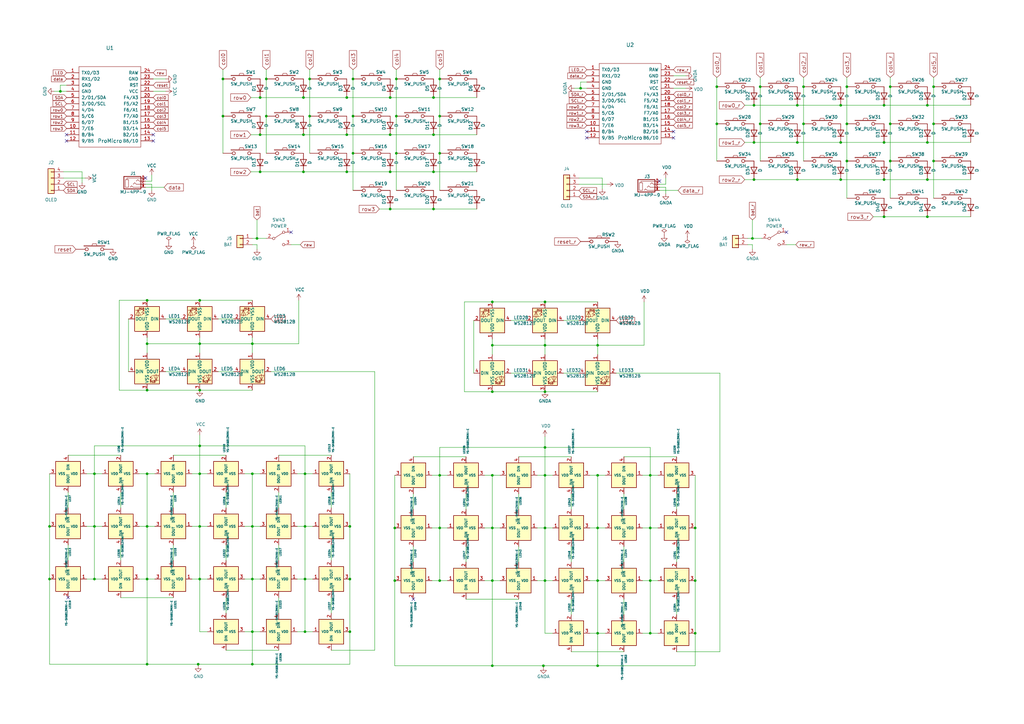
<source format=kicad_sch>
(kicad_sch (version 20211123) (generator eeschema)
  (paper "A3")
  (title_block (title "Corne Cherry") (date "2020-09-28") (rev "3.0.1") (company "foostan"))
  (junction (at 362.585 88.9))
  (junction (at 91.44 32.385))
  (junction (at 38.735 215.9))
  (junction (at 103.505 259.08))
  (junction (at 266.7 216.535))
  (junction (at 365.125 66.04))
  (junction (at 60.325 140.97))
  (junction (at 201.93 273.05))
  (junction (at 124.46 70.485))
  (junction (at 180.34 47.625))
  (junction (at 347.345 50.8))
  (junction (at 380.365 73.66))
  (junction (at 38.735 194.31))
  (junction (at 329.565 50.8))
  (junction (at 309.245 43.18))
  (junction (at 20.32 215.9))
  (junction (at 177.8 85.725))
  (junction (at 180.34 216.535))
  (junction (at 382.905 50.8))
  (junction (at 180.34 32.385))
  (junction (at 143.51 215.9))
  (junction (at 124.46 55.245))
  (junction (at 344.805 73.66))
  (junction (at 223.52 194.945))
  (junction (at 245.11 194.945))
  (junction (at 144.78 32.385))
  (junction (at 309.245 58.42))
  (junction (at 327.025 73.66))
  (junction (at 201.93 194.945))
  (junction (at 362.585 43.18))
  (junction (at 177.8 70.485))
  (junction (at 222.885 273.05))
  (junction (at 162.56 47.625))
  (junction (at 201.93 123.825))
  (junction (at 125.095 237.49))
  (junction (at 180.34 238.125))
  (junction (at 285.115 216.535))
  (junction (at 91.44 47.625))
  (junction (at 125.095 259.08))
  (junction (at 143.51 259.08))
  (junction (at 106.68 40.005))
  (junction (at 327.025 58.42))
  (junction (at 160.02 70.485))
  (junction (at 382.905 66.04))
  (junction (at 60.325 160.02))
  (junction (at 285.115 238.125))
  (junction (at 103.505 215.9))
  (junction (at 142.24 40.005))
  (junction (at 103.505 272.415))
  (junction (at 125.095 215.9))
  (junction (at 285.115 259.715))
  (junction (at 327.025 43.18))
  (junction (at 81.915 160.02))
  (junction (at 365.125 35.56))
  (junction (at 144.78 62.865))
  (junction (at 266.7 194.945))
  (junction (at 38.735 237.49))
  (junction (at 311.785 35.56))
  (junction (at 106.68 70.485))
  (junction (at 223.52 238.125))
  (junction (at 142.24 70.485))
  (junction (at 81.28 272.415))
  (junction (at 311.785 50.8))
  (junction (at 245.11 216.535))
  (junction (at 362.585 73.66))
  (junction (at 143.51 237.49))
  (junction (at 81.915 237.49))
  (junction (at 160.02 85.725))
  (junction (at 294.005 35.56))
  (junction (at 20.32 237.49))
  (junction (at 81.915 140.97))
  (junction (at 266.7 238.125))
  (junction (at 103.505 237.49))
  (junction (at 180.34 194.945))
  (junction (at 380.365 58.42))
  (junction (at 60.325 272.415))
  (junction (at 109.22 47.625))
  (junction (at 160.02 40.005))
  (junction (at 347.345 35.56))
  (junction (at 124.46 40.005))
  (junction (at 180.34 62.865))
  (junction (at 162.56 32.385))
  (junction (at 201.93 141.605))
  (junction (at 177.8 55.245))
  (junction (at 160.02 55.245))
  (junction (at 127 32.385))
  (junction (at 238.125 36.195))
  (junction (at 161.925 216.535))
  (junction (at 223.52 123.825))
  (junction (at 60.325 215.9))
  (junction (at 245.11 238.125))
  (junction (at 344.805 58.42))
  (junction (at 144.78 47.625))
  (junction (at 81.915 182.88))
  (junction (at 245.11 141.605))
  (junction (at 105.41 97.79))
  (junction (at 201.93 160.655))
  (junction (at 60.325 237.49))
  (junction (at 103.505 194.31))
  (junction (at 106.68 55.245))
  (junction (at 201.93 238.125))
  (junction (at 380.365 43.18))
  (junction (at 81.915 194.31))
  (junction (at 362.585 58.42))
  (junction (at 329.565 35.56))
  (junction (at 223.52 216.535))
  (junction (at 162.56 62.865))
  (junction (at 294.005 50.8))
  (junction (at 308.61 97.79))
  (junction (at 201.93 216.535))
  (junction (at 60.325 123.19))
  (junction (at 142.24 55.245))
  (junction (at 223.52 160.655))
  (junction (at 347.345 66.04))
  (junction (at 125.095 194.31))
  (junction (at 365.125 50.8))
  (junction (at 60.325 194.31))
  (junction (at 161.925 238.125))
  (junction (at 266.7 259.715))
  (junction (at 127 47.625))
  (junction (at 177.8 40.005))
  (junction (at 81.915 123.19))
  (junction (at 223.52 141.605))
  (junction (at 24.765 37.465))
  (junction (at 245.11 273.05))
  (junction (at 109.22 32.385))
  (junction (at 103.505 140.97))
  (junction (at 245.11 259.715))
  (junction (at 81.915 215.9))
  (junction (at 380.365 88.9))
  (junction (at 344.805 43.18))
  (junction (at 309.245 73.66))
  (junction (at 223.52 183.515))
  (junction (at 382.905 35.56))
  (no_connect (at 169.545 245.745))
  (no_connect (at 276.225 53.975))
  (no_connect (at 270.51 74.295))
  (no_connect (at 27.305 57.785))
  (no_connect (at 276.225 56.515))
  (no_connect (at 27.305 55.245))
  (no_connect (at 62.865 55.245))
  (no_connect (at 119.38 95.25))
  (no_connect (at 240.665 53.975))
  (no_connect (at 322.58 95.25))
  (no_connect (at 59.69 73.025))
  (no_connect (at 62.865 57.785))
  (no_connect (at 240.665 56.515))
  (no_connect (at 27.94 245.11))
  (wire (pts (xy 223.52 238.125) (xy 226.695 238.125)))
  (wire (pts (xy 212.725 208.915) (xy 212.725 202.565)))
  (wire (pts (xy 180.34 194.945) (xy 180.34 183.515)))
  (wire (pts (xy 103.505 140.97) (xy 122.555 140.97)))
  (wire (pts (xy 380.365 88.9) (xy 398.145 88.9)))
  (wire (pts (xy 309.245 58.42) (xy 327.025 58.42)))
  (wire (pts (xy 109.22 28.575) (xy 109.22 32.385)))
  (wire (pts (xy 20.32 215.9) (xy 20.32 237.49)))
  (wire (pts (xy 81.915 237.49) (xy 81.915 259.08)))
  (wire (pts (xy 81.915 140.97) (xy 81.915 144.78)))
  (wire (pts (xy 220.345 194.945) (xy 223.52 194.945)))
  (wire (pts (xy 124.46 70.485) (xy 142.24 70.485)))
  (wire (pts (xy 237.49 73.025) (xy 247.015 73.025)))
  (wire (pts (xy 78.74 194.31) (xy 81.915 194.31)))
  (wire (pts (xy 74.295 130.81) (xy 67.945 130.81)))
  (wire (pts (xy 81.28 272.415) (xy 81.28 273.05)))
  (wire (pts (xy 81.915 160.02) (xy 103.505 160.02)))
  (wire (pts (xy 81.915 237.49) (xy 85.09 237.49)))
  (wire (pts (xy 20.32 237.49) (xy 20.32 272.415)))
  (wire (pts (xy 135.89 223.52) (xy 135.89 229.87)))
  (wire (pts (xy 266.7 259.715) (xy 266.7 238.125)))
  (wire (pts (xy 33.655 70.485) (xy 26.035 70.485)))
  (wire (pts (xy 105.41 102.235) (xy 105.41 100.33)))
  (wire (pts (xy 60.325 237.49) (xy 63.5 237.49)))
  (wire (pts (xy 327.025 73.66) (xy 344.805 73.66)))
  (wire (pts (xy 266.7 183.515) (xy 266.7 194.945)))
  (wire (pts (xy 223.52 194.945) (xy 223.52 183.515)))
  (wire (pts (xy 92.71 208.28) (xy 92.71 201.93)))
  (wire (pts (xy 308.61 90.17) (xy 308.61 97.79)))
  (wire (pts (xy 201.93 139.065) (xy 201.93 141.605)))
  (wire (pts (xy 121.92 237.49) (xy 125.095 237.49)))
  (wire (pts (xy 223.52 183.515) (xy 180.34 183.515)))
  (wire (pts (xy 24.765 37.465) (xy 27.305 37.465)))
  (wire (pts (xy 305.435 43.18) (xy 309.245 43.18)))
  (wire (pts (xy 309.245 43.18) (xy 327.025 43.18)))
  (wire (pts (xy 212.725 224.155) (xy 212.725 230.505)))
  (wire (pts (xy 201.93 123.825) (xy 190.5 123.825)))
  (wire (pts (xy 344.805 43.18) (xy 362.585 43.18)))
  (wire (pts (xy 103.505 237.49) (xy 106.68 237.49)))
  (wire (pts (xy 180.34 238.125) (xy 180.34 216.535)))
  (wire (pts (xy 201.93 194.945) (xy 201.93 216.535)))
  (wire (pts (xy 106.68 194.31) (xy 103.505 194.31)))
  (wire (pts (xy 245.11 238.125) (xy 248.285 238.125)))
  (wire (pts (xy 124.46 40.005) (xy 142.24 40.005)))
  (wire (pts (xy 266.7 238.125) (xy 266.7 216.535)))
  (wire (pts (xy 234.315 230.505) (xy 234.315 224.155)))
  (wire (pts (xy 191.135 187.325) (xy 169.545 187.325)))
  (wire (pts (xy 114.3 245.11) (xy 114.3 251.46)))
  (wire (pts (xy 60.325 215.9) (xy 63.5 215.9)))
  (wire (pts (xy 362.585 88.9) (xy 380.365 88.9)))
  (wire (pts (xy 245.11 238.125) (xy 245.11 259.715)))
  (wire (pts (xy 255.905 224.155) (xy 255.905 230.505)))
  (wire (pts (xy 308.61 100.33) (xy 306.705 100.33)))
  (wire (pts (xy 67.945 152.4) (xy 74.295 152.4)))
  (wire (pts (xy 311.785 35.56) (xy 311.785 50.8)))
  (wire (pts (xy 52.705 130.81) (xy 52.705 152.4)))
  (wire (pts (xy 135.89 201.93) (xy 135.89 208.28)))
  (wire (pts (xy 100.33 237.49) (xy 103.505 237.49)))
  (wire (pts (xy 382.905 66.04) (xy 382.905 81.28)))
  (wire (pts (xy 71.12 245.11) (xy 49.53 245.11)))
  (wire (pts (xy 106.68 55.245) (xy 124.46 55.245)))
  (wire (pts (xy 223.52 141.605) (xy 245.11 141.605)))
  (wire (pts (xy 276.225 36.195) (xy 281.305 36.195)))
  (wire (pts (xy 103.505 215.9) (xy 103.505 237.49)))
  (wire (pts (xy 60.325 123.19) (xy 48.895 123.19)))
  (wire (pts (xy 273.05 76.835) (xy 273.05 79.375)))
  (wire (pts (xy 103.505 140.97) (xy 103.505 144.78)))
  (wire (pts (xy 248.285 259.715) (xy 245.11 259.715)))
  (wire (pts (xy 223.52 179.07) (xy 223.52 183.515)))
  (wire (pts (xy 245.11 123.825) (xy 223.52 123.825)))
  (wire (pts (xy 223.52 194.945) (xy 226.695 194.945)))
  (wire (pts (xy 294.005 50.8) (xy 294.005 66.04)))
  (wire (pts (xy 38.735 194.31) (xy 41.91 194.31)))
  (wire (pts (xy 161.925 238.125) (xy 161.925 273.05)))
  (wire (pts (xy 177.8 40.005) (xy 195.58 40.005)))
  (wire (pts (xy 81.915 140.97) (xy 103.505 140.97)))
  (wire (pts (xy 62.865 37.465) (xy 67.945 37.465)))
  (wire (pts (xy 119.38 100.33) (xy 123.19 100.33)))
  (wire (pts (xy 245.11 216.535) (xy 248.285 216.535)))
  (wire (pts (xy 91.44 32.385) (xy 91.44 47.625)))
  (wire (pts (xy 103.505 123.19) (xy 81.915 123.19)))
  (wire (pts (xy 153.67 152.4) (xy 153.67 266.7)))
  (wire (pts (xy 222.885 273.05) (xy 245.11 273.05)))
  (wire (pts (xy 269.875 194.945) (xy 266.7 194.945)))
  (wire (pts (xy 106.68 40.005) (xy 124.46 40.005)))
  (wire (pts (xy 95.885 130.81) (xy 89.535 130.81)))
  (wire (pts (xy 102.87 70.485) (xy 106.68 70.485)))
  (wire (pts (xy 295.275 153.035) (xy 295.275 267.335)))
  (wire (pts (xy 125.095 259.08) (xy 121.92 259.08)))
  (wire (pts (xy 177.165 194.945) (xy 180.34 194.945)))
  (wire (pts (xy 201.93 273.05) (xy 222.885 273.05)))
  (wire (pts (xy 20.32 194.31) (xy 20.32 215.9)))
  (wire (pts (xy 81.915 215.9) (xy 81.915 194.31)))
  (wire (pts (xy 266.7 216.535) (xy 269.875 216.535)))
  (wire (pts (xy 48.895 160.02) (xy 60.325 160.02)))
  (wire (pts (xy 234.315 252.095) (xy 234.315 245.745)))
  (wire (pts (xy 144.78 47.625) (xy 144.78 62.865)))
  (wire (pts (xy 103.505 259.08) (xy 103.505 272.415)))
  (wire (pts (xy 114.3 266.7) (xy 92.71 266.7)))
  (wire (pts (xy 277.495 202.565) (xy 277.495 208.915)))
  (wire (pts (xy 266.7 194.945) (xy 266.7 216.535)))
  (wire (pts (xy 144.78 62.865) (xy 144.78 78.105)))
  (wire (pts (xy 144.78 32.385) (xy 144.78 47.625)))
  (wire (pts (xy 105.41 90.17) (xy 105.41 97.79)))
  (wire (pts (xy 127 47.625) (xy 127 62.865)))
  (wire (pts (xy 128.27 259.08) (xy 125.095 259.08)))
  (wire (pts (xy 266.7 238.125) (xy 269.875 238.125)))
  (wire (pts (xy 380.365 73.66) (xy 398.145 73.66)))
  (wire (pts (xy 327.025 58.42) (xy 344.805 58.42)))
  (wire (pts (xy 59.69 75.565) (xy 62.23 75.565)))
  (wire (pts (xy 71.12 208.28) (xy 71.12 201.93)))
  (wire (pts (xy 60.325 272.415) (xy 81.28 272.415)))
  (wire (pts (xy 114.3 201.93) (xy 114.3 208.28)))
  (wire (pts (xy 212.725 245.745) (xy 191.135 245.745)))
  (wire (pts (xy 191.135 230.505) (xy 191.135 224.155)))
  (wire (pts (xy 329.565 50.8) (xy 329.565 66.04)))
  (wire (pts (xy 223.52 139.065) (xy 223.52 141.605)))
  (wire (pts (xy 222.885 273.05) (xy 222.885 273.685)))
  (wire (pts (xy 223.52 141.605) (xy 223.52 145.415)))
  (wire (pts (xy 294.005 31.75) (xy 294.005 35.56)))
  (wire (pts (xy 160.02 40.005) (xy 177.8 40.005)))
  (wire (pts (xy 263.525 238.125) (xy 266.7 238.125)))
  (wire (pts (xy 365.125 31.75) (xy 365.125 35.56)))
  (wire (pts (xy 382.905 31.75) (xy 382.905 35.56)))
  (wire (pts (xy 81.915 194.31) (xy 85.09 194.31)))
  (wire (pts (xy 35.56 237.49) (xy 38.735 237.49)))
  (wire (pts (xy 122.555 140.97) (xy 122.555 123.19)))
  (wire (pts (xy 109.22 32.385) (xy 109.22 47.625)))
  (wire (pts (xy 365.125 50.8) (xy 365.125 66.04)))
  (wire (pts (xy 160.02 55.245) (xy 177.8 55.245)))
  (wire (pts (xy 143.51 237.49) (xy 143.51 259.08)))
  (wire (pts (xy 191.135 208.915) (xy 191.135 202.565)))
  (wire (pts (xy 309.245 73.66) (xy 327.025 73.66)))
  (wire (pts (xy 308.61 102.235) (xy 308.61 100.33)))
  (wire (pts (xy 247.015 73.025) (xy 247.015 77.47)))
  (wire (pts (xy 245.11 259.715) (xy 245.11 273.05)))
  (wire (pts (xy 125.095 194.31) (xy 121.92 194.31)))
  (wire (pts (xy 91.44 28.575) (xy 91.44 32.385)))
  (wire (pts (xy 215.9 131.445) (xy 209.55 131.445)))
  (wire (pts (xy 71.12 223.52) (xy 71.12 229.87)))
  (wire (pts (xy 92.71 251.46) (xy 92.71 245.11)))
  (wire (pts (xy 105.41 97.79) (xy 109.22 97.79)))
  (wire (pts (xy 180.34 216.535) (xy 180.34 194.945)))
  (wire (pts (xy 143.51 215.9) (xy 143.51 237.49)))
  (wire (pts (xy 252.73 153.035) (xy 295.275 153.035)))
  (wire (pts (xy 263.525 216.535) (xy 266.7 216.535)))
  (wire (pts (xy 103.505 259.08) (xy 100.33 259.08)))
  (wire (pts (xy 114.3 223.52) (xy 114.3 229.87)))
  (wire (pts (xy 231.14 153.035) (xy 237.49 153.035)))
  (wire (pts (xy 295.275 267.335) (xy 277.495 267.335)))
  (wire (pts (xy 81.915 194.31) (xy 81.915 182.88)))
  (wire (pts (xy 180.34 62.865) (xy 180.34 78.105)))
  (wire (pts (xy 223.52 259.715) (xy 226.695 259.715)))
  (wire (pts (xy 382.905 35.56) (xy 382.905 50.8)))
  (wire (pts (xy 81.915 237.49) (xy 81.915 215.9)))
  (wire (pts (xy 59.69 76.835) (xy 67.31 76.835)))
  (wire (pts (xy 92.71 186.69) (xy 71.12 186.69)))
  (wire (pts (xy 201.93 238.125) (xy 205.105 238.125)))
  (wire (pts (xy 362.585 43.18) (xy 380.365 43.18)))
  (wire (pts (xy 245.11 194.945) (xy 245.11 216.535)))
  (wire (pts (xy 183.515 238.125) (xy 180.34 238.125)))
  (wire (pts (xy 33.655 74.93) (xy 33.655 70.485)))
  (wire (pts (xy 81.915 123.19) (xy 60.325 123.19)))
  (wire (pts (xy 266.7 183.515) (xy 223.52 183.515)))
  (wire (pts (xy 153.67 266.7) (xy 135.89 266.7)))
  (wire (pts (xy 285.115 216.535) (xy 285.115 238.125)))
  (wire (pts (xy 60.325 160.02) (xy 81.915 160.02)))
  (wire (pts (xy 266.7 194.945) (xy 263.525 194.945)))
  (wire (pts (xy 285.115 238.125) (xy 285.115 259.715)))
  (wire (pts (xy 125.095 237.49) (xy 125.095 215.9)))
  (wire (pts (xy 155.575 85.725) (xy 160.02 85.725)))
  (wire (pts (xy 103.505 237.49) (xy 103.505 259.08)))
  (wire (pts (xy 180.34 216.535) (xy 183.515 216.535)))
  (wire (pts (xy 162.56 47.625) (xy 162.56 62.865)))
  (wire (pts (xy 209.55 153.035) (xy 215.9 153.035)))
  (wire (pts (xy 103.505 215.9) (xy 106.68 215.9)))
  (wire (pts (xy 121.92 215.9) (xy 125.095 215.9)))
  (wire (pts (xy 277.495 224.155) (xy 277.495 230.505)))
  (wire (pts (xy 27.94 223.52) (xy 27.94 229.87)))
  (wire (pts (xy 237.49 131.445) (xy 231.14 131.445)))
  (wire (pts (xy 102.87 40.005) (xy 106.68 40.005)))
  (wire (pts (xy 60.325 140.97) (xy 60.325 144.78)))
  (wire (pts (xy 62.23 74.295) (xy 62.23 71.755)))
  (wire (pts (xy 106.68 259.08) (xy 103.505 259.08)))
  (wire (pts (xy 81.28 272.415) (xy 103.505 272.415)))
  (wire (pts (xy 220.345 238.125) (xy 223.52 238.125)))
  (wire (pts (xy 106.68 70.485) (xy 124.46 70.485)))
  (wire (pts (xy 277.495 187.325) (xy 255.905 187.325)))
  (wire (pts (xy 24.765 34.925) (xy 24.765 37.465)))
  (wire (pts (xy 365.125 35.56) (xy 365.125 50.8)))
  (wire (pts (xy 161.925 194.945) (xy 161.925 216.535)))
  (wire (pts (xy 125.095 194.31) (xy 125.095 215.9)))
  (wire (pts (xy 245.11 216.535) (xy 245.11 238.125)))
  (wire (pts (xy 223.52 238.125) (xy 223.52 259.715)))
  (wire (pts (xy 190.5 123.825) (xy 190.5 160.655)))
  (wire (pts (xy 223.52 123.825) (xy 201.93 123.825)))
  (wire (pts (xy 234.315 187.325) (xy 212.725 187.325)))
  (wire (pts (xy 322.58 100.33) (xy 326.39 100.33)))
  (wire (pts (xy 49.53 186.69) (xy 27.94 186.69)))
  (wire (pts (xy 109.22 47.625) (xy 109.22 62.865)))
  (wire (pts (xy 177.8 55.245) (xy 195.58 55.245)))
  (wire (pts (xy 380.365 58.42) (xy 398.145 58.42)))
  (wire (pts (xy 241.935 238.125) (xy 245.11 238.125)))
  (wire (pts (xy 248.285 194.945) (xy 245.11 194.945)))
  (wire (pts (xy 27.305 34.925) (xy 24.765 34.925)))
  (wire (pts (xy 177.165 216.535) (xy 180.34 216.535)))
  (wire (pts (xy 125.095 182.88) (xy 125.095 194.31)))
  (wire (pts (xy 81.915 178.435) (xy 81.915 182.88)))
  (wire (pts (xy 81.915 215.9) (xy 85.09 215.9)))
  (wire (pts (xy 177.165 238.125) (xy 180.34 238.125)))
  (wire (pts (xy 26.035 73.025) (xy 34.925 73.025)))
  (wire (pts (xy 190.5 160.655) (xy 201.93 160.655)))
  (wire (pts (xy 63.5 194.31) (xy 60.325 194.31)))
  (wire (pts (xy 365.125 66.04) (xy 365.125 81.28)))
  (wire (pts (xy 223.52 216.535) (xy 223.52 194.945)))
  (wire (pts (xy 270.51 75.565) (xy 273.05 75.565)))
  (wire (pts (xy 59.69 74.295) (xy 62.23 74.295)))
  (wire (pts (xy 201.93 216.535) (xy 205.105 216.535)))
  (wire (pts (xy 311.785 31.75) (xy 311.785 35.56)))
  (wire (pts (xy 102.87 55.245) (xy 106.68 55.245)))
  (wire (pts (xy 269.875 259.715) (xy 266.7 259.715)))
  (wire (pts (xy 223.52 238.125) (xy 223.52 216.535)))
  (wire (pts (xy 306.705 97.79) (xy 308.61 97.79)))
  (wire (pts (xy 285.115 259.715) (xy 285.115 273.05)))
  (wire (pts (xy 81.915 182.88) (xy 38.735 182.88)))
  (wire (pts (xy 60.325 215.9) (xy 60.325 237.49)))
  (wire (pts (xy 60.325 140.97) (xy 81.915 140.97)))
  (wire (pts (xy 198.755 216.535) (xy 201.93 216.535)))
  (wire (pts (xy 169.545 202.565) (xy 169.545 208.915)))
  (wire (pts (xy 103.505 138.43) (xy 103.505 140.97)))
  (wire (pts (xy 255.905 245.745) (xy 255.905 252.095)))
  (wire (pts (xy 161.925 216.535) (xy 161.925 238.125)))
  (wire (pts (xy 194.31 131.445) (xy 194.31 153.035)))
  (wire (pts (xy 60.325 138.43) (xy 60.325 140.97)))
  (wire (pts (xy 89.535 152.4) (xy 95.885 152.4)))
  (wire (pts (xy 81.915 138.43) (xy 81.915 140.97)))
  (wire (pts (xy 205.105 194.945) (xy 201.93 194.945)))
  (wire (pts (xy 78.74 237.49) (xy 81.915 237.49)))
  (wire (pts (xy 22.225 37.465) (xy 24.765 37.465)))
  (wire (pts (xy 125.095 237.49) (xy 128.27 237.49)))
  (wire (pts (xy 201.93 160.655) (xy 223.52 160.655)))
  (wire (pts (xy 143.51 272.415) (xy 103.505 272.415)))
  (wire (pts (xy 160.02 85.725) (xy 177.8 85.725)))
  (wire (pts (xy 201.93 141.605) (xy 201.93 145.415)))
  (wire (pts (xy 27.94 201.93) (xy 27.94 208.28)))
  (wire (pts (xy 143.51 259.08) (xy 143.51 272.415)))
  (wire (pts (xy 105.41 100.33) (xy 103.505 100.33)))
  (wire (pts (xy 41.91 237.49) (xy 38.735 237.49)))
  (wire (pts (xy 223.52 216.535) (xy 226.695 216.535)))
  (wire (pts (xy 142.24 70.485) (xy 160.02 70.485)))
  (wire (pts (xy 255.905 267.335) (xy 234.315 267.335)))
  (wire (pts (xy 38.735 215.9) (xy 41.91 215.9)))
  (wire (pts (xy 111.125 152.4) (xy 153.67 152.4)))
  (wire (pts (xy 358.14 88.9) (xy 362.585 88.9)))
  (wire (pts (xy 344.805 73.66) (xy 362.585 73.66)))
  (wire (pts (xy 329.565 35.56) (xy 329.565 50.8)))
  (wire (pts (xy 60.325 237.49) (xy 60.325 272.415)))
  (wire (pts (xy 241.935 216.535) (xy 245.11 216.535)))
  (wire (pts (xy 238.125 36.195) (xy 240.665 36.195)))
  (wire (pts (xy 245.11 139.065) (xy 245.11 141.605)))
  (wire (pts (xy 285.115 194.945) (xy 285.115 216.535)))
  (wire (pts (xy 329.565 31.75) (xy 329.565 35.56)))
  (wire (pts (xy 180.34 32.385) (xy 180.34 47.625)))
  (wire (pts (xy 92.71 229.87) (xy 92.71 223.52)))
  (wire (pts (xy 125.095 259.08) (xy 125.095 237.49)))
  (wire (pts (xy 127 28.575) (xy 127 32.385)))
  (wire (pts (xy 162.56 32.385) (xy 162.56 47.625)))
  (wire (pts (xy 78.74 215.9) (xy 81.915 215.9)))
  (wire (pts (xy 57.15 215.9) (xy 60.325 215.9)))
  (wire (pts (xy 201.93 216.535) (xy 201.93 238.125)))
  (wire (pts (xy 241.935 194.945) (xy 245.11 194.945)))
  (wire (pts (xy 276.225 31.115) (xy 281.305 31.115)))
  (wire (pts (xy 201.93 273.05) (xy 161.925 273.05)))
  (wire (pts (xy 57.15 237.49) (xy 60.325 237.49)))
  (wire (pts (xy 57.15 194.31) (xy 60.325 194.31)))
  (wire (pts (xy 35.56 215.9) (xy 38.735 215.9)))
  (wire (pts (xy 49.53 208.28) (xy 49.53 201.93)))
  (wire (pts (xy 177.8 70.485) (xy 195.58 70.485)))
  (wire (pts (xy 125.095 182.88) (xy 81.915 182.88)))
  (wire (pts (xy 294.005 35.56) (xy 294.005 50.8)))
  (wire (pts (xy 124.46 55.245) (xy 142.24 55.245)))
  (wire (pts (xy 238.125 33.655) (xy 238.125 36.195)))
  (wire (pts (xy 347.345 31.75) (xy 347.345 35.56)))
  (wire (pts (xy 245.11 141.605) (xy 245.11 145.415)))
  (wire (pts (xy 223.52 160.655) (xy 245.11 160.655)))
  (wire (pts (xy 264.16 141.605) (xy 264.16 123.825)))
  (wire (pts (xy 62.23 75.565) (xy 62.23 78.105)))
  (wire (pts (xy 103.505 194.31) (xy 103.505 215.9)))
  (wire (pts (xy 162.56 28.575) (xy 162.56 32.385)))
  (wire (pts (xy 327.025 43.18) (xy 344.805 43.18)))
  (wire (pts (xy 162.56 62.865) (xy 162.56 78.105)))
  (wire (pts (xy 308.61 97.79) (xy 312.42 97.79)))
  (wire (pts (xy 347.345 66.04) (xy 347.345 81.28)))
  (wire (pts (xy 38.735 237.49) (xy 38.735 215.9)))
  (wire (pts (xy 198.755 238.125) (xy 201.93 238.125)))
  (wire (pts (xy 100.33 194.31) (xy 103.505 194.31)))
  (wire (pts (xy 198.755 194.945) (xy 201.93 194.945)))
  (wire (pts (xy 135.89 245.11) (xy 135.89 251.46)))
  (wire (pts (xy 255.905 202.565) (xy 255.905 208.915)))
  (wire (pts (xy 177.8 85.725) (xy 195.58 85.725)))
  (wire (pts (xy 201.93 238.125) (xy 201.93 273.05)))
  (wire (pts (xy 143.51 194.31) (xy 143.51 215.9)))
  (wire (pts (xy 245.11 259.715) (xy 241.935 259.715)))
  (wire (pts (xy 266.7 259.715) (xy 263.525 259.715)))
  (wire (pts (xy 135.89 186.69) (xy 114.3 186.69)))
  (wire (pts (xy 285.115 273.05) (xy 245.11 273.05)))
  (wire (pts (xy 220.345 216.535) (xy 223.52 216.535)))
  (wire (pts (xy 270.51 76.835) (xy 273.05 76.835)))
  (wire (pts (xy 362.585 73.66) (xy 380.365 73.66)))
  (wire (pts (xy 169.545 224.155) (xy 169.545 230.505)))
  (wire (pts (xy 273.05 75.565) (xy 273.05 73.025)))
  (wire (pts (xy 128.27 194.31) (xy 125.095 194.31)))
  (wire (pts (xy 35.56 194.31) (xy 38.735 194.31)))
  (wire (pts (xy 180.34 47.625) (xy 180.34 62.865)))
  (wire (pts (xy 125.095 215.9) (xy 128.27 215.9)))
  (wire (pts (xy 180.34 194.945) (xy 183.515 194.945)))
  (wire (pts (xy 245.11 141.605) (xy 264.16 141.605)))
  (wire (pts (xy 100.33 215.9) (xy 103.505 215.9)))
  (wire (pts (xy 48.895 123.19) (xy 48.895 160.02)))
  (wire (pts (xy 277.495 245.745) (xy 277.495 252.095)))
  (wire (pts (xy 142.24 40.005) (xy 160.02 40.005)))
  (wire (pts (xy 380.365 43.18) (xy 398.145 43.18)))
  (wire (pts (xy 201.93 141.605) (xy 223.52 141.605)))
  (wire (pts (xy 144.78 28.575) (xy 144.78 32.385)))
  (wire (pts (xy 382.905 50.8) (xy 382.905 66.04)))
  (wire (pts (xy 347.345 50.8) (xy 347.345 66.04)))
  (wire (pts (xy 311.785 50.8) (xy 311.785 66.04)))
  (wire (pts (xy 305.435 73.66) (xy 309.245 73.66)))
  (wire (pts (xy 91.44 47.625) (xy 91.44 62.865)))
  (wire (pts (xy 180.34 28.575) (xy 180.34 32.385)))
  (wire (pts (xy 237.49 75.565) (xy 248.92 75.565)))
  (wire (pts (xy 234.315 208.915) (xy 234.315 202.565)))
  (wire (pts (xy 38.735 194.31) (xy 38.735 182.88)))
  (wire (pts (xy 344.805 58.42) (xy 362.585 58.42)))
  (wire (pts (xy 38.735 215.9) (xy 38.735 194.31)))
  (wire (pts (xy 240.665 33.655) (xy 238.125 33.655)))
  (wire (pts (xy 60.325 194.31) (xy 60.325 215.9)))
  (wire (pts (xy 81.915 259.08) (xy 85.09 259.08)))
  (wire (pts (xy 127 32.385) (xy 127 47.625)))
  (wire (pts (xy 142.24 55.245) (xy 160.02 55.245)))
  (wire (pts (xy 62.865 32.385) (xy 67.945 32.385)))
  (wire (pts (xy 347.345 35.56) (xy 347.345 50.8)))
  (wire (pts (xy 60.325 272.415) (xy 20.32 272.415)))
  (wire (pts (xy 270.51 78.105) (xy 278.13 78.105)))
  (wire (pts (xy 362.585 58.42) (xy 380.365 58.42)))
  (wire (pts (xy 103.505 97.79) (xy 105.41 97.79)))
  (wire (pts (xy 160.02 70.485) (xy 177.8 70.485)))
  (wire (pts (xy 305.435 58.42) (xy 309.245 58.42)))
  (wire (pts (xy 49.53 229.87) (xy 49.53 223.52)))
  (wire (pts (xy 235.585 36.195) (xy 238.125 36.195)))
  (global_label "col4" (shape input) (at 62.865 50.165 0) (effects (font (size 1.1938 1.1938))) (property "Intersheet References" "${INTERSHEET_REFS}" (effects hide)))
  (global_label "row2_r" (shape input) (at 240.665 48.895 180) (effects (font (size 1.1938 1.1938))) (property "Intersheet References" "${INTERSHEET_REFS}" (effects hide)))
  (global_label "row0_r" (shape input) (at 305.435 43.18 180) (effects (font (size 1.524 1.524))) (property "Intersheet References" "${INTERSHEET_REFS}" (effects hide)))
  (global_label "SDA_r" (shape input) (at 240.665 38.735 180) (effects (font (size 1.1938 1.1938))) (property "Intersheet References" "${INTERSHEET_REFS}" (effects hide)))
  (global_label "col5_r" (shape input) (at 276.225 51.435 0) (effects (font (size 1.1938 1.1938))) (property "Intersheet References" "${INTERSHEET_REFS}" (effects hide)))
  (global_label "col0_r" (shape input) (at 276.225 38.735 0) (effects (font (size 1.1938 1.1938))) (property "Intersheet References" "${INTERSHEET_REFS}" (effects hide)))
  (global_label "LED" (shape input) (at 111.125 130.81 0) (property "Intersheet References" "${INTERSHEET_REFS}" (effects hide)))
  (global_label "SDA" (shape input) (at 27.305 40.005 180) (effects (font (size 1.1938 1.1938))) (property "Intersheet References" "${INTERSHEET_REFS}" (effects hide)))
  (global_label "col1" (shape input) (at 109.22 28.575 90) (effects (font (size 1.524 1.524))) (property "Intersheet References" "${INTERSHEET_REFS}" (effects hide)))
  (global_label "SDA_r" (shape input) (at 237.49 80.645 0) (effects (font (size 1.1938 1.1938))) (property "Intersheet References" "${INTERSHEET_REFS}" (effects hide)))
  (global_label "col4_r" (shape input) (at 365.125 31.75 90) (effects (font (size 1.524 1.524))) (property "Intersheet References" "${INTERSHEET_REFS}" (effects hide)))
  (global_label "col3_r" (shape input) (at 347.345 31.75 90) (effects (font (size 1.524 1.524))) (property "Intersheet References" "${INTERSHEET_REFS}" (effects hide)))
  (global_label "col3" (shape input) (at 62.865 47.625 0) (effects (font (size 1.1938 1.1938))) (property "Intersheet References" "${INTERSHEET_REFS}" (effects hide)))
  (global_label "bat_r" (shape input) (at 308.61 90.17 90) (property "Intersheet References" "${INTERSHEET_REFS}" (effects hide)))
  (global_label "SDA" (shape input) (at 26.035 78.105 0) (effects (font (size 1.1938 1.1938))) (property "Intersheet References" "${INTERSHEET_REFS}" (effects hide)))
  (global_label "col1" (shape input) (at 62.865 42.545 0) (effects (font (size 1.1938 1.1938))) (property "Intersheet References" "${INTERSHEET_REFS}" (effects hide)))
  (global_label "row3_r" (shape input) (at 240.665 51.435 180) (effects (font (size 1.1938 1.1938))) (property "Intersheet References" "${INTERSHEET_REFS}" (effects hide)))
  (global_label "col2" (shape input) (at 62.865 45.085 0) (effects (font (size 1.1938 1.1938))) (property "Intersheet References" "${INTERSHEET_REFS}" (effects hide)))
  (global_label "SCL_r" (shape input) (at 240.665 41.275 180) (effects (font (size 1.1938 1.1938))) (property "Intersheet References" "${INTERSHEET_REFS}" (effects hide)))
  (global_label "row1" (shape input) (at 102.87 55.245 180) (effects (font (size 1.524 1.524))) (property "Intersheet References" "${INTERSHEET_REFS}" (effects hide)))
  (global_label "LED" (shape input) (at 27.305 29.845 180) (effects (font (size 1.1938 1.1938))) (property "Intersheet References" "${INTERSHEET_REFS}" (effects hide)))
  (global_label "col1_r" (shape input) (at 311.785 31.75 90) (effects (font (size 1.524 1.524))) (property "Intersheet References" "${INTERSHEET_REFS}" (effects hide)))
  (global_label "col4_r" (shape input) (at 276.225 48.895 0) (effects (font (size 1.1938 1.1938))) (property "Intersheet References" "${INTERSHEET_REFS}" (effects hide)))
  (global_label "col2_r" (shape input) (at 329.565 31.75 90) (effects (font (size 1.524 1.524))) (property "Intersheet References" "${INTERSHEET_REFS}" (effects hide)))
  (global_label "col5_r" (shape input) (at 382.905 31.75 90) (effects (font (size 1.524 1.524))) (property "Intersheet References" "${INTERSHEET_REFS}" (effects hide)))
  (global_label "LED_r" (shape input) (at 240.665 28.575 180) (effects (font (size 1.1938 1.1938))) (property "Intersheet References" "${INTERSHEET_REFS}" (effects hide)))
  (global_label "row2" (shape input) (at 27.305 50.165 180) (effects (font (size 1.1938 1.1938))) (property "Intersheet References" "${INTERSHEET_REFS}" (effects hide)))
  (global_label "reset" (shape input) (at 62.865 34.925 0) (effects (font (size 1.1938 1.1938))) (property "Intersheet References" "${INTERSHEET_REFS}" (effects hide)))
  (global_label "row3_r" (shape input) (at 358.14 88.9 180) (effects (font (size 1.524 1.524))) (property "Intersheet References" "${INTERSHEET_REFS}" (effects hide)))
  (global_label "col3_r" (shape input) (at 276.225 46.355 0) (effects (font (size 1.1938 1.1938))) (property "Intersheet References" "${INTERSHEET_REFS}" (effects hide)))
  (global_label "col0" (shape input) (at 91.44 28.575 90) (effects (font (size 1.524 1.524))) (property "Intersheet References" "${INTERSHEET_REFS}" (effects hide)))
  (global_label "row3" (shape input) (at 27.305 52.705 180) (effects (font (size 1.1938 1.1938))) (property "Intersheet References" "${INTERSHEET_REFS}" (effects hide)))
  (global_label "data_r" (shape input) (at 278.13 78.105 0) (effects (font (size 1.524 1.524))) (property "Intersheet References" "${INTERSHEET_REFS}" (effects hide)))
  (global_label "data_r" (shape input) (at 240.665 31.115 180) (effects (font (size 1.1938 1.1938))) (property "Intersheet References" "${INTERSHEET_REFS}" (effects hide)))
  (global_label "col0_r" (shape input) (at 294.005 31.75 90) (effects (font (size 1.524 1.524))) (property "Intersheet References" "${INTERSHEET_REFS}" (effects hide)))
  (global_label "data" (shape input) (at 27.305 32.385 180) (effects (font (size 1.1938 1.1938))) (property "Intersheet References" "${INTERSHEET_REFS}" (effects hide)))
  (global_label "row2" (shape input) (at 102.87 70.485 180) (effects (font (size 1.524 1.524))) (property "Intersheet References" "${INTERSHEET_REFS}" (effects hide)))
  (global_label "col4" (shape input) (at 162.56 28.575 90) (effects (font (size 1.524 1.524))) (property "Intersheet References" "${INTERSHEET_REFS}" (effects hide)))
  (global_label "col5" (shape input) (at 62.865 52.705 0) (effects (font (size 1.1938 1.1938))) (property "Intersheet References" "${INTERSHEET_REFS}" (effects hide)))
  (global_label "col2" (shape input) (at 127 28.575 90) (effects (font (size 1.524 1.524))) (property "Intersheet References" "${INTERSHEET_REFS}" (effects hide)))
  (global_label "col1_r" (shape input) (at 276.225 41.275 0) (effects (font (size 1.1938 1.1938))) (property "Intersheet References" "${INTERSHEET_REFS}" (effects hide)))
  (global_label "reset" (shape input) (at 31.115 102.235 180) (effects (font (size 1.524 1.524))) (property "Intersheet References" "${INTERSHEET_REFS}" (effects hide)))
  (global_label "row2_r" (shape input) (at 305.435 73.66 180) (effects (font (size 1.524 1.524))) (property "Intersheet References" "${INTERSHEET_REFS}" (effects hide)))
  (global_label "SCL_r" (shape input) (at 237.49 78.105 0) (effects (font (size 1.1938 1.1938))) (property "Intersheet References" "${INTERSHEET_REFS}" (effects hide)))
  (global_label "row0_r" (shape input) (at 240.665 43.815 180) (effects (font (size 1.1938 1.1938))) (property "Intersheet References" "${INTERSHEET_REFS}" (effects hide)))
  (global_label "row0" (shape input) (at 102.87 40.005 180) (effects (font (size 1.524 1.524))) (property "Intersheet References" "${INTERSHEET_REFS}" (effects hide)))
  (global_label "bat" (shape input) (at 105.41 90.17 90) (property "Intersheet References" "${INTERSHEET_REFS}" (effects hide)))
  (global_label "LED_r" (shape input) (at 252.73 131.445 0) (property "Intersheet References" "${INTERSHEET_REFS}" (effects hide)))
  (global_label "raw" (shape input) (at 62.865 29.845 0) (effects (font (size 1.1938 1.1938))) (property "Intersheet References" "${INTERSHEET_REFS}" (effects hide)))
  (global_label "reset_r" (shape input) (at 276.225 33.655 0) (effects (font (size 1.1938 1.1938))) (property "Intersheet References" "${INTERSHEET_REFS}" (effects hide)))
  (global_label "raw_r" (shape input) (at 276.225 28.575 0) (effects (font (size 1.1938 1.1938))) (property "Intersheet References" "${INTERSHEET_REFS}" (effects hide)))
  (global_label "col0" (shape input) (at 62.865 40.005 0) (effects (font (size 1.1938 1.1938))) (property "Intersheet References" "${INTERSHEET_REFS}" (effects hide)))
  (global_label "row1_r" (shape input) (at 240.665 46.355 180) (effects (font (size 1.1938 1.1938))) (property "Intersheet References" "${INTERSHEET_REFS}" (effects hide)))
  (global_label "row3" (shape input) (at 155.575 85.725 180) (effects (font (size 1.524 1.524))) (property "Intersheet References" "${INTERSHEET_REFS}" (effects hide)))
  (global_label "col5" (shape input) (at 180.34 28.575 90) (effects (font (size 1.524 1.524))) (property "Intersheet References" "${INTERSHEET_REFS}" (effects hide)))
  (global_label "reset_r" (shape input) (at 238.125 99.06 180) (effects (font (size 1.524 1.524))) (property "Intersheet References" "${INTERSHEET_REFS}" (effects hide)))
  (global_label "col3" (shape input) (at 144.78 28.575 90) (effects (font (size 1.524 1.524))) (property "Intersheet References" "${INTERSHEET_REFS}" (effects hide)))
  (global_label "row1_r" (shape input) (at 305.435 58.42 180) (effects (font (size 1.524 1.524))) (property "Intersheet References" "${INTERSHEET_REFS}" (effects hide)))
  (global_label "SCL" (shape input) (at 27.305 42.545 180) (effects (font (size 1.1938 1.1938))) (property "Intersheet References" "${INTERSHEET_REFS}" (effects hide)))
  (global_label "data" (shape input) (at 67.31 76.835 0) (effects (font (size 1.524 1.524))) (property "Intersheet References" "${INTERSHEET_REFS}" (effects hide)))
  (global_label "raw_r" (shape input) (at 326.39 100.33 0) (property "Intersheet References" "${INTERSHEET_REFS}" (effects hide)))
  (global_label "col2_r" (shape input) (at 276.225 43.815 0) (effects (font (size 1.1938 1.1938))) (property "Intersheet References" "${INTERSHEET_REFS}" (effects hide)))
  (global_label "row1" (shape input) (at 27.305 47.625 180) (effects (font (size 1.1938 1.1938))) (property "Intersheet References" "${INTERSHEET_REFS}" (effects hide)))
  (global_label "SCL" (shape input) (at 26.035 75.565 0) (effects (font (size 1.1938 1.1938))) (property "Intersheet References" "${INTERSHEET_REFS}" (effects hide)))
  (global_label "row0" (shape input) (at 27.305 45.085 180) (effects (font (size 1.1938 1.1938))) (property "Intersheet References" "${INTERSHEET_REFS}" (effects hide)))
  (global_label "raw" (shape input) (at 123.19 100.33 0) (property "Intersheet References" "${INTERSHEET_REFS}" (effects hide)))
  (symbol (lib_id "kbd:ProMicro") (at 45.085 43.815 0) (unit 1)
    (property "Reference" "U1" (at 45.085 19.685 0) (effects (font (size 1.524 1.524))))
    (property "Value" "ProMicro" (at 45.085 57.785 0) (effects (font (size 1.524 1.524))))
    (property "Footprint" "kbd:ProMicro_v3" (effects hide))
  )
  (symbol (lib_id "kbd:SW_PUSH") (at 116.84 32.385 0) (unit 1)
    (property "Reference" "SW2" (at 120.65 29.591 0))
    (property "Value" "SW_PUSH" (at 116.84 34.417 0))
    (property "Footprint" "kbd:CherryMX_Hotswap" (effects hide))
  )
  (symbol (lib_id "Device:D") (at 124.46 36.195 90) (unit 1)
    (property "Reference" "D2" (at 121.92 36.195 0))
    (property "Value" "D" (at 127 36.195 0))
    (property "Footprint" "kbd:D3_SMD_v2" (effects hide))
  )
  (symbol (lib_id "kbd:SW_PUSH") (at 134.62 32.385 0) (unit 1)
    (property "Reference" "SW3" (at 138.43 29.591 0))
    (property "Value" "SW_PUSH" (at 134.62 34.417 0))
    (property "Footprint" "kbd:CherryMX_Hotswap" (effects hide))
  )
  (symbol (lib_id "Device:D") (at 142.24 36.195 90) (unit 1)
    (property "Reference" "D3" (at 139.7 36.195 0))
    (property "Value" "D" (at 144.78 36.195 0))
    (property "Footprint" "kbd:D3_SMD_v2" (effects hide))
  )
  (symbol (lib_id "kbd:SW_PUSH") (at 152.4 32.385 0) (unit 1)
    (property "Reference" "SW4" (at 156.21 29.591 0))
    (property "Value" "SW_PUSH" (at 152.4 34.417 0))
    (property "Footprint" "kbd:CherryMX_Hotswap" (effects hide))
  )
  (symbol (lib_id "kbd:SW_PUSH") (at 170.18 32.385 0) (unit 1)
    (property "Reference" "SW5" (at 173.99 29.591 0))
    (property "Value" "SW_PUSH" (at 170.18 34.417 0))
    (property "Footprint" "kbd:CherryMX_Hotswap" (effects hide))
  )
  (symbol (lib_id "kbd:SW_PUSH") (at 187.96 32.385 0) (unit 1)
    (property "Reference" "SW6" (at 191.77 29.591 0))
    (property "Value" "SW_PUSH" (at 187.96 34.417 0))
    (property "Footprint" "kbd:CherryMX_Hotswap" (effects hide))
  )
  (symbol (lib_id "Device:D") (at 160.02 36.195 90) (unit 1)
    (property "Reference" "D4" (at 157.48 36.195 0))
    (property "Value" "D" (at 162.56 36.195 0))
    (property "Footprint" "kbd:D3_SMD_v2" (effects hide))
  )
  (symbol (lib_id "Device:D") (at 177.8 36.195 90) (unit 1)
    (property "Reference" "D5" (at 175.26 36.195 0))
    (property "Value" "D" (at 180.34 36.195 0))
    (property "Footprint" "kbd:D3_SMD_v2" (effects hide))
  )
  (symbol (lib_id "Device:D") (at 195.58 36.195 90) (unit 1)
    (property "Reference" "D6" (at 193.04 36.195 0))
    (property "Value" "D" (at 198.12 36.195 0))
    (property "Footprint" "kbd:D3_SMD_v2" (effects hide))
  )
  (symbol (lib_id "kbd:SW_PUSH") (at 99.06 32.385 0) (unit 1)
    (property "Reference" "SW1" (at 102.87 29.591 0))
    (property "Value" "SW_PUSH" (at 99.06 34.417 0))
    (property "Footprint" "kbd:CherryMX_Hotswap" (effects hide))
  )
  (symbol (lib_id "Device:D") (at 106.68 36.195 90) (unit 1)
    (property "Reference" "D1" (at 104.14 36.195 0))
    (property "Value" "D" (at 109.22 36.195 0))
    (property "Footprint" "kbd:D3_SMD_v2" (effects hide))
  )
  (symbol (lib_id "kbd:SW_PUSH") (at 116.84 47.625 0) (unit 1)
    (property "Reference" "SW8" (at 120.65 44.831 0))
    (property "Value" "SW_PUSH" (at 116.84 49.657 0))
    (property "Footprint" "kbd:CherryMX_Hotswap" (effects hide))
  )
  (symbol (lib_id "Device:D") (at 124.46 51.435 90) (unit 1)
    (property "Reference" "D8" (at 121.92 51.435 0))
    (property "Value" "D" (at 127 51.435 0))
    (property "Footprint" "kbd:D3_SMD_v2" (effects hide))
  )
  (symbol (lib_id "kbd:SW_PUSH") (at 134.62 47.625 0) (unit 1)
    (property "Reference" "SW9" (at 138.43 44.831 0))
    (property "Value" "SW_PUSH" (at 134.62 49.657 0))
    (property "Footprint" "kbd:CherryMX_Hotswap" (effects hide))
  )
  (symbol (lib_id "Device:D") (at 142.24 51.435 90) (unit 1)
    (property "Reference" "D9" (at 139.7 51.435 0))
    (property "Value" "D" (at 144.78 51.435 0))
    (property "Footprint" "kbd:D3_SMD_v2" (effects hide))
  )
  (symbol (lib_id "kbd:SW_PUSH") (at 152.4 47.625 0) (unit 1)
    (property "Reference" "SW10" (at 156.21 44.831 0))
    (property "Value" "SW_PUSH" (at 152.4 49.657 0))
    (property "Footprint" "kbd:CherryMX_Hotswap" (effects hide))
  )
  (symbol (lib_id "kbd:SW_PUSH") (at 170.18 47.625 0) (unit 1)
    (property "Reference" "SW11" (at 173.99 44.831 0))
    (property "Value" "SW_PUSH" (at 170.18 49.657 0))
    (property "Footprint" "kbd:CherryMX_Hotswap" (effects hide))
  )
  (symbol (lib_id "kbd:SW_PUSH") (at 187.96 47.625 0) (unit 1)
    (property "Reference" "SW12" (at 191.77 44.831 0))
    (property "Value" "SW_PUSH" (at 187.96 49.657 0))
    (property "Footprint" "kbd:CherryMX_Hotswap" (effects hide))
  )
  (symbol (lib_id "Device:D") (at 160.02 51.435 90) (unit 1)
    (property "Reference" "D10" (at 157.48 51.435 0))
    (property "Value" "D" (at 162.56 51.435 0))
    (property "Footprint" "kbd:D3_SMD_v2" (effects hide))
  )
  (symbol (lib_id "Device:D") (at 177.8 51.435 90) (unit 1)
    (property "Reference" "D11" (at 175.26 51.435 0))
    (property "Value" "D" (at 180.34 51.435 0))
    (property "Footprint" "kbd:D3_SMD_v2" (effects hide))
  )
  (symbol (lib_id "Device:D") (at 195.58 51.435 90) (unit 1)
    (property "Reference" "D12" (at 193.04 51.435 0))
    (property "Value" "D" (at 198.12 51.435 0))
    (property "Footprint" "kbd:D3_SMD_v2" (effects hide))
  )
  (symbol (lib_id "kbd:SW_PUSH") (at 99.06 47.625 0) (unit 1)
    (property "Reference" "SW7" (at 102.87 44.831 0))
    (property "Value" "SW_PUSH" (at 99.06 49.657 0))
    (property "Footprint" "kbd:CherryMX_Hotswap" (effects hide))
  )
  (symbol (lib_id "Device:D") (at 106.68 51.435 90) (unit 1)
    (property "Reference" "D7" (at 104.14 51.435 0))
    (property "Value" "D" (at 109.22 51.435 0))
    (property "Footprint" "kbd:D3_SMD_v2" (effects hide))
  )
  (symbol (lib_id "kbd:SW_PUSH") (at 116.84 62.865 0) (unit 1)
    (property "Reference" "SW14" (at 120.65 60.071 0))
    (property "Value" "SW_PUSH" (at 116.84 64.897 0))
    (property "Footprint" "kbd:CherryMX_Hotswap" (effects hide))
  )
  (symbol (lib_id "Device:D") (at 124.46 66.675 90) (unit 1)
    (property "Reference" "D14" (at 121.92 66.675 0))
    (property "Value" "D" (at 127 66.675 0))
    (property "Footprint" "kbd:D3_SMD_v2" (effects hide))
  )
  (symbol (lib_id "kbd:SW_PUSH") (at 134.62 62.865 0) (unit 1)
    (property "Reference" "SW15" (at 138.43 60.071 0))
    (property "Value" "SW_PUSH" (at 134.62 64.897 0))
    (property "Footprint" "kbd:CherryMX_Hotswap" (effects hide))
  )
  (symbol (lib_id "Device:D") (at 142.24 66.675 90) (unit 1)
    (property "Reference" "D15" (at 139.7 66.675 0))
    (property "Value" "D" (at 144.78 66.675 0))
    (property "Footprint" "kbd:D3_SMD_v2" (effects hide))
  )
  (symbol (lib_id "kbd:SW_PUSH") (at 152.4 62.865 0) (unit 1)
    (property "Reference" "SW16" (at 156.21 60.071 0))
    (property "Value" "SW_PUSH" (at 152.4 64.897 0))
    (property "Footprint" "kbd:CherryMX_Hotswap" (effects hide))
  )
  (symbol (lib_id "kbd:SW_PUSH") (at 170.18 62.865 0) (unit 1)
    (property "Reference" "SW17" (at 173.99 60.071 0))
    (property "Value" "SW_PUSH" (at 170.18 64.897 0))
    (property "Footprint" "kbd:CherryMX_Hotswap" (effects hide))
  )
  (symbol (lib_id "kbd:SW_PUSH") (at 187.96 62.865 0) (unit 1)
    (property "Reference" "SW18" (at 191.77 60.071 0))
    (property "Value" "SW_PUSH" (at 187.96 64.897 0))
    (property "Footprint" "kbd:CherryMX_Hotswap" (effects hide))
  )
  (symbol (lib_id "Device:D") (at 160.02 66.675 90) (unit 1)
    (property "Reference" "D16" (at 157.48 66.675 0))
    (property "Value" "D" (at 162.56 66.675 0))
    (property "Footprint" "kbd:D3_SMD_v2" (effects hide))
  )
  (symbol (lib_id "Device:D") (at 177.8 66.675 90) (unit 1)
    (property "Reference" "D17" (at 175.26 66.675 0))
    (property "Value" "D" (at 180.34 66.675 0))
    (property "Footprint" "kbd:D3_SMD_v2" (effects hide))
  )
  (symbol (lib_id "Device:D") (at 195.58 66.675 90) (unit 1)
    (property "Reference" "D18" (at 193.04 66.675 0))
    (property "Value" "D" (at 198.12 66.675 0))
    (property "Footprint" "kbd:D3_SMD_v2" (effects hide))
  )
  (symbol (lib_id "kbd:SW_PUSH") (at 99.06 62.865 0) (unit 1)
    (property "Reference" "SW13" (at 102.87 60.071 0))
    (property "Value" "SW_PUSH" (at 99.06 64.897 0))
    (property "Footprint" "kbd:CherryMX_Hotswap" (effects hide))
  )
  (symbol (lib_id "Device:D") (at 106.68 66.675 90) (unit 1)
    (property "Reference" "D13" (at 104.14 66.675 0))
    (property "Value" "D" (at 109.22 66.675 0))
    (property "Footprint" "kbd:D3_SMD_v2" (effects hide))
  )
  (symbol (lib_id "kbd:SW_PUSH") (at 170.18 78.105 0) (unit 1)
    (property "Reference" "SW20" (at 173.99 75.311 0))
    (property "Value" "SW_PUSH" (at 170.18 80.137 0))
    (property "Footprint" "kbd:CherryMX_Hotswap" (effects hide))
  )
  (symbol (lib_id "Device:D") (at 177.8 81.915 90) (unit 1)
    (property "Reference" "D20" (at 175.26 81.915 0))
    (property "Value" "D" (at 180.34 81.915 0))
    (property "Footprint" "kbd:D3_SMD_v2" (effects hide))
  )
  (symbol (lib_id "kbd:SW_PUSH") (at 187.96 78.105 0) (unit 1)
    (property "Reference" "SW21" (at 191.77 75.311 0))
    (property "Value" "SW_PUSH" (at 187.96 80.137 0))
    (property "Footprint" "kbd:CherryMX_Hotswap_1.5u" (effects hide))
  )
  (symbol (lib_id "Device:D") (at 195.58 81.915 90) (unit 1)
    (property "Reference" "D21" (at 193.04 81.915 0))
    (property "Value" "D" (at 198.12 81.915 0))
    (property "Footprint" "kbd:D3_SMD_v2" (effects hide))
  )
  (symbol (lib_id "kbd:SW_PUSH") (at 152.4 78.105 0) (unit 1)
    (property "Reference" "SW19" (at 156.21 75.311 0))
    (property "Value" "SW_PUSH" (at 152.4 80.137 0))
    (property "Footprint" "kbd:CherryMX_Hotswap" (effects hide))
  )
  (symbol (lib_id "Device:D") (at 160.02 81.915 90) (unit 1)
    (property "Reference" "D19" (at 157.48 81.915 0))
    (property "Value" "D" (at 162.56 81.915 0))
    (property "Footprint" "kbd:D3_SMD_v2" (effects hide))
  )
  (symbol (lib_id "power:GND") (at 67.945 32.385 90) (unit 1)
    (property "Reference" "#PWR07" (effects hide))
    (property "Value" "GND" (at 71.755 32.385 0))
  )
  (symbol (lib_id "power:VCC") (at 67.945 37.465 270) (unit 1)
    (property "Reference" "#PWR09" (effects hide))
    (property "Value" "VCC" (at 71.755 37.465 0))
  )
  (symbol (lib_id "power:GND") (at 22.225 37.465 270) (unit 1)
    (property "Reference" "#PWR08" (effects hide))
    (property "Value" "GND" (at 18.415 37.465 0))
  )
  (symbol (lib_id "power:GND") (at 69.215 99.695 0) (unit 1)
    (property "Reference" "#PWR04" (effects hide))
    (property "Value" "GND" (at 69.215 103.505 0))
  )
  (symbol (lib_id "power:VCC") (at 79.375 99.695 0) (unit 1)
    (property "Reference" "#PWR05" (effects hide))
    (property "Value" "VCC" (at 79.375 95.885 0))
  )
  (symbol (lib_id "power:PWR_FLAG") (at 79.375 99.695 180) (unit 1)
    (property "Reference" "#FLG02" (effects hide))
    (property "Value" "PWR_FLAG" (at 79.375 103.505 0))
  )
  (symbol (lib_id "power:PWR_FLAG") (at 69.215 99.695 0) (unit 1)
    (property "Reference" "#FLG01" (effects hide))
    (property "Value" "PWR_FLAG" (at 69.215 95.885 0))
  )
  (symbol (lib_id "kbd:SW_PUSH") (at 38.735 102.235 0) (unit 1)
    (property "Reference" "RSW1" (at 42.545 99.441 0))
    (property "Value" "SW_PUSH" (at 38.735 104.267 0))
    (property "Footprint" "kbd:ResetSW_1side" (effects hide))
  )
  (symbol (lib_id "power:GND") (at 46.355 102.235 0) (unit 1)
    (property "Reference" "#PWR06" (effects hide))
    (property "Value" "GND" (at 46.355 106.045 0))
  )
  (symbol (lib_id "power:VCC") (at 62.23 71.755 0) (unit 1)
    (property "Reference" "#PWR010" (effects hide))
    (property "Value" "VCC" (at 62.23 67.945 0))
  )
  (symbol (lib_id "power:GND") (at 62.23 78.105 0) (unit 1)
    (property "Reference" "#PWR011" (effects hide))
    (property "Value" "GND" (at 62.23 81.915 0))
  )
  (symbol (lib_id "Connector_Generic:Conn_01x04") (at 20.955 75.565 180) (unit 1)
    (property "Reference" "J2" (at 20.955 66.675 0))
    (property "Value" "OLED" (at 20.955 81.915 0))
    (property "Footprint" "kbd:OLED_1side" (effects hide))
  )
  (symbol (lib_id "power:GND") (at 33.655 74.93 0) (unit 1)
    (property "Reference" "#PWR013" (effects hide))
    (property "Value" "GND" (at 33.655 78.74 0))
  )
  (symbol (lib_id "power:VCC") (at 34.925 73.025 270) (unit 1)
    (property "Reference" "#PWR012" (effects hide))
    (property "Value" "VCC" (at 38.735 73.025 0))
  )
  (symbol (lib_id "kbd:MJ-4PP-9") (at 54.61 74.93 0) (unit 1)
    (property "Reference" "J1" (at 54.61 71.12 0))
    (property "Value" "MJ-4PP-9" (at 54.61 78.74 0))
    (property "Footprint" "kbd:MJ-4PP-9_1side" (effects hide))
  )
  (symbol (lib_id "kbd:ProMicro") (at 258.445 42.545 0) (unit 1)
    (property "Reference" "U2" (at 258.445 18.415 0) (effects (font (size 1.524 1.524))))
    (property "Value" "ProMicro" (at 258.445 56.515 0) (effects (font (size 1.524 1.524))))
    (property "Footprint" "kbd:ProMicro_v3" (effects hide))
  )
  (symbol (lib_id "kbd:SW_PUSH") (at 319.405 35.56 0) (unit 1)
    (property "Reference" "SW23" (at 323.215 32.766 0))
    (property "Value" "SW_PUSH" (at 319.405 37.592 0))
    (property "Footprint" "kbd:CherryMX_Hotswap" (effects hide))
  )
  (symbol (lib_id "Device:D") (at 327.025 39.37 90) (unit 1)
    (property "Reference" "D23" (at 324.485 39.37 0))
    (property "Value" "D" (at 329.565 39.37 0))
    (property "Footprint" "kbd:D3_SMD_v2" (effects hide))
  )
  (symbol (lib_id "kbd:SW_PUSH") (at 337.185 35.56 0) (unit 1)
    (property "Reference" "SW24" (at 340.995 32.766 0))
    (property "Value" "SW_PUSH" (at 337.185 37.592 0))
    (property "Footprint" "kbd:CherryMX_Hotswap" (effects hide))
  )
  (symbol (lib_id "Device:D") (at 344.805 39.37 90) (unit 1)
    (property "Reference" "D24" (at 342.265 39.37 0))
    (property "Value" "D" (at 347.345 39.37 0))
    (property "Footprint" "kbd:D3_SMD_v2" (effects hide))
  )
  (symbol (lib_id "kbd:SW_PUSH") (at 354.965 35.56 0) (unit 1)
    (property "Reference" "SW25" (at 358.775 32.766 0))
    (property "Value" "SW_PUSH" (at 354.965 37.592 0))
    (property "Footprint" "kbd:CherryMX_Hotswap" (effects hide))
  )
  (symbol (lib_id "kbd:SW_PUSH") (at 372.745 35.56 0) (unit 1)
    (property "Reference" "SW26" (at 376.555 32.766 0))
    (property "Value" "SW_PUSH" (at 372.745 37.592 0))
    (property "Footprint" "kbd:CherryMX_Hotswap" (effects hide))
  )
  (symbol (lib_id "kbd:SW_PUSH") (at 390.525 35.56 0) (unit 1)
    (property "Reference" "SW27" (at 394.335 32.766 0))
    (property "Value" "SW_PUSH" (at 390.525 37.592 0))
    (property "Footprint" "kbd:CherryMX_Hotswap" (effects hide))
  )
  (symbol (lib_id "Device:D") (at 362.585 39.37 90) (unit 1)
    (property "Reference" "D25" (at 360.045 39.37 0))
    (property "Value" "D" (at 365.125 39.37 0))
    (property "Footprint" "kbd:D3_SMD_v2" (effects hide))
  )
  (symbol (lib_id "Device:D") (at 380.365 39.37 90) (unit 1)
    (property "Reference" "D26" (at 377.825 39.37 0))
    (property "Value" "D" (at 382.905 39.37 0))
    (property "Footprint" "kbd:D3_SMD_v2" (effects hide))
  )
  (symbol (lib_id "Device:D") (at 398.145 39.37 90) (unit 1)
    (property "Reference" "D27" (at 395.605 39.37 0))
    (property "Value" "D" (at 400.685 39.37 0))
    (property "Footprint" "kbd:D3_SMD_v2" (effects hide))
  )
  (symbol (lib_id "kbd:SW_PUSH") (at 301.625 35.56 0) (unit 1)
    (property "Reference" "SW22" (at 305.435 32.766 0))
    (property "Value" "SW_PUSH" (at 301.625 37.592 0))
    (property "Footprint" "kbd:CherryMX_Hotswap" (effects hide))
  )
  (symbol (lib_id "Device:D") (at 309.245 39.37 90) (unit 1)
    (property "Reference" "D22" (at 306.705 39.37 0))
    (property "Value" "D" (at 311.785 39.37 0))
    (property "Footprint" "kbd:D3_SMD_v2" (effects hide))
  )
  (symbol (lib_id "kbd:SW_PUSH") (at 319.405 50.8 0) (unit 1)
    (property "Reference" "SW29" (at 323.215 48.006 0))
    (property "Value" "SW_PUSH" (at 319.405 52.832 0))
    (property "Footprint" "kbd:CherryMX_Hotswap" (effects hide))
  )
  (symbol (lib_id "Device:D") (at 327.025 54.61 90) (unit 1)
    (property "Reference" "D29" (at 324.485 54.61 0))
    (property "Value" "D" (at 329.565 54.61 0))
    (property "Footprint" "kbd:D3_SMD_v2" (effects hide))
  )
  (symbol (lib_id "kbd:SW_PUSH") (at 337.185 50.8 0) (unit 1)
    (property "Reference" "SW30" (at 340.995 48.006 0))
    (property "Value" "SW_PUSH" (at 337.185 52.832 0))
    (property "Footprint" "kbd:CherryMX_Hotswap" (effects hide))
  )
  (symbol (lib_id "Device:D") (at 344.805 54.61 90) (unit 1)
    (property "Reference" "D30" (at 342.265 54.61 0))
    (property "Value" "D" (at 347.345 54.61 0))
    (property "Footprint" "kbd:D3_SMD_v2" (effects hide))
  )
  (symbol (lib_id "kbd:SW_PUSH") (at 354.965 50.8 0) (unit 1)
    (property "Reference" "SW31" (at 358.775 48.006 0))
    (property "Value" "SW_PUSH" (at 354.965 52.832 0))
    (property "Footprint" "kbd:CherryMX_Hotswap" (effects hide))
  )
  (symbol (lib_id "kbd:SW_PUSH") (at 372.745 50.8 0) (unit 1)
    (property "Reference" "SW32" (at 376.555 48.006 0))
    (property "Value" "SW_PUSH" (at 372.745 52.832 0))
    (property "Footprint" "kbd:CherryMX_Hotswap" (effects hide))
  )
  (symbol (lib_id "kbd:SW_PUSH") (at 390.525 50.8 0) (unit 1)
    (property "Reference" "SW33" (at 394.335 48.006 0))
    (property "Value" "SW_PUSH" (at 390.525 52.832 0))
    (property "Footprint" "kbd:CherryMX_Hotswap" (effects hide))
  )
  (symbol (lib_id "Device:D") (at 362.585 54.61 90) (unit 1)
    (property "Reference" "D31" (at 360.045 54.61 0))
    (property "Value" "D" (at 365.125 54.61 0))
    (property "Footprint" "kbd:D3_SMD_v2" (effects hide))
  )
  (symbol (lib_id "Device:D") (at 380.365 54.61 90) (unit 1)
    (property "Reference" "D32" (at 377.825 54.61 0))
    (property "Value" "D" (at 382.905 54.61 0))
    (property "Footprint" "kbd:D3_SMD_v2" (effects hide))
  )
  (symbol (lib_id "Device:D") (at 398.145 54.61 90) (unit 1)
    (property "Reference" "D33" (at 395.605 54.61 0))
    (property "Value" "D" (at 400.685 54.61 0))
    (property "Footprint" "kbd:D3_SMD_v2" (effects hide))
  )
  (symbol (lib_id "kbd:SW_PUSH") (at 301.625 50.8 0) (unit 1)
    (property "Reference" "SW28" (at 305.435 48.006 0))
    (property "Value" "SW_PUSH" (at 301.625 52.832 0))
    (property "Footprint" "kbd:CherryMX_Hotswap" (effects hide))
  )
  (symbol (lib_id "Device:D") (at 309.245 54.61 90) (unit 1)
    (property "Reference" "D28" (at 306.705 54.61 0))
    (property "Value" "D" (at 311.785 54.61 0))
    (property "Footprint" "kbd:D3_SMD_v2" (effects hide))
  )
  (symbol (lib_id "kbd:SW_PUSH") (at 319.405 66.04 0) (unit 1)
    (property "Reference" "SW35" (at 323.215 63.246 0))
    (property "Value" "SW_PUSH" (at 319.405 68.072 0))
    (property "Footprint" "kbd:CherryMX_Hotswap" (effects hide))
  )
  (symbol (lib_id "Device:D") (at 327.025 69.85 90) (unit 1)
    (property "Reference" "D35" (at 324.485 69.85 0))
    (property "Value" "D" (at 329.565 69.85 0))
    (property "Footprint" "kbd:D3_SMD_v2" (effects hide))
  )
  (symbol (lib_id "kbd:SW_PUSH") (at 337.185 66.04 0) (unit 1)
    (property "Reference" "SW36" (at 340.995 63.246 0))
    (property "Value" "SW_PUSH" (at 337.185 68.072 0))
    (property "Footprint" "kbd:CherryMX_Hotswap" (effects hide))
  )
  (symbol (lib_id "Device:D") (at 344.805 69.85 90) (unit 1)
    (property "Reference" "D36" (at 342.265 69.85 0))
    (property "Value" "D" (at 347.345 69.85 0))
    (property "Footprint" "kbd:D3_SMD_v2" (effects hide))
  )
  (symbol (lib_id "kbd:SW_PUSH") (at 354.965 66.04 0) (unit 1)
    (property "Reference" "SW37" (at 358.775 63.246 0))
    (property "Value" "SW_PUSH" (at 354.965 68.072 0))
    (property "Footprint" "kbd:CherryMX_Hotswap" (effects hide))
  )
  (symbol (lib_id "kbd:SW_PUSH") (at 372.745 66.04 0) (unit 1)
    (property "Reference" "SW38" (at 376.555 63.246 0))
    (property "Value" "SW_PUSH" (at 372.745 68.072 0))
    (property "Footprint" "kbd:CherryMX_Hotswap" (effects hide))
  )
  (symbol (lib_id "kbd:SW_PUSH") (at 390.525 66.04 0) (unit 1)
    (property "Reference" "SW39" (at 394.335 63.246 0))
    (property "Value" "SW_PUSH" (at 390.525 68.072 0))
    (property "Footprint" "kbd:CherryMX_Hotswap" (effects hide))
  )
  (symbol (lib_id "Device:D") (at 362.585 69.85 90) (unit 1)
    (property "Reference" "D37" (at 360.045 69.85 0))
    (property "Value" "D" (at 365.125 69.85 0))
    (property "Footprint" "kbd:D3_SMD_v2" (effects hide))
  )
  (symbol (lib_id "Device:D") (at 380.365 69.85 90) (unit 1)
    (property "Reference" "D38" (at 377.825 69.85 0))
    (property "Value" "D" (at 382.905 69.85 0))
    (property "Footprint" "kbd:D3_SMD_v2" (effects hide))
  )
  (symbol (lib_id "Device:D") (at 398.145 69.85 90) (unit 1)
    (property "Reference" "D39" (at 395.605 69.85 0))
    (property "Value" "D" (at 400.685 69.85 0))
    (property "Footprint" "kbd:D3_SMD_v2" (effects hide))
  )
  (symbol (lib_id "kbd:SW_PUSH") (at 301.625 66.04 0) (unit 1)
    (property "Reference" "SW34" (at 305.435 63.246 0))
    (property "Value" "SW_PUSH" (at 301.625 68.072 0))
    (property "Footprint" "kbd:CherryMX_Hotswap" (effects hide))
  )
  (symbol (lib_id "Device:D") (at 309.245 69.85 90) (unit 1)
    (property "Reference" "D34" (at 306.705 69.85 0))
    (property "Value" "D" (at 311.785 69.85 0))
    (property "Footprint" "kbd:D3_SMD_v2" (effects hide))
  )
  (symbol (lib_id "kbd:SW_PUSH") (at 372.745 81.28 0) (unit 1)
    (property "Reference" "SW41" (at 376.555 78.486 0))
    (property "Value" "SW_PUSH" (at 372.745 83.312 0))
    (property "Footprint" "kbd:CherryMX_Hotswap" (effects hide))
  )
  (symbol (lib_id "Device:D") (at 380.365 85.09 90) (unit 1)
    (property "Reference" "D41" (at 377.825 85.09 0))
    (property "Value" "D" (at 382.905 85.09 0))
    (property "Footprint" "kbd:D3_SMD_v2" (effects hide))
  )
  (symbol (lib_id "kbd:SW_PUSH") (at 390.525 81.28 0) (unit 1)
    (property "Reference" "SW42" (at 394.335 78.486 0))
    (property "Value" "SW_PUSH" (at 390.525 83.312 0))
    (property "Footprint" "kbd:CherryMX_Hotswap_1.5u" (effects hide))
  )
  (symbol (lib_id "Device:D") (at 398.145 85.09 90) (unit 1)
    (property "Reference" "D42" (at 395.605 85.09 0))
    (property "Value" "D" (at 400.685 85.09 0))
    (property "Footprint" "kbd:D3_SMD_v2" (effects hide))
  )
  (symbol (lib_id "kbd:SW_PUSH") (at 354.965 81.28 0) (unit 1)
    (property "Reference" "SW40" (at 358.775 78.486 0))
    (property "Value" "SW_PUSH" (at 354.965 83.312 0))
    (property "Footprint" "kbd:CherryMX_Hotswap" (effects hide))
  )
  (symbol (lib_id "Device:D") (at 362.585 85.09 90) (unit 1)
    (property "Reference" "D40" (at 360.045 85.09 0))
    (property "Value" "D" (at 365.125 85.09 0))
    (property "Footprint" "kbd:D3_SMD_v2" (effects hide))
  )
  (symbol (lib_id "power:GNDA") (at 281.305 31.115 90) (unit 1)
    (property "Reference" "#PWR017" (effects hide))
    (property "Value" "GNDA" (at 285.115 31.115 0))
  )
  (symbol (lib_id "power:GNDA") (at 235.585 36.195 270) (unit 1)
    (property "Reference" "#PWR018" (effects hide))
    (property "Value" "GNDA" (at 231.775 36.195 0))
  )
  (symbol (lib_id "kbd:SW_PUSH") (at 245.745 99.06 0) (unit 1)
    (property "Reference" "RSW2" (at 249.555 96.266 0))
    (property "Value" "SW_PUSH" (at 245.745 101.092 0))
    (property "Footprint" "kbd:ResetSW_1side" (effects hide))
  )
  (symbol (lib_id "power:GNDA") (at 253.365 99.06 0) (unit 1)
    (property "Reference" "#PWR020" (effects hide))
    (property "Value" "GNDA" (at 253.365 102.87 0))
  )
  (symbol (lib_id "power:GNDA") (at 273.05 79.375 0) (unit 1)
    (property "Reference" "#PWR022" (effects hide))
    (property "Value" "GNDA" (at 273.05 83.185 0))
  )
  (symbol (lib_id "Connector_Generic:Conn_01x04") (at 232.41 78.105 180) (unit 1)
    (property "Reference" "J4" (at 232.41 69.215 0))
    (property "Value" "OLED" (at 232.41 84.455 0))
    (property "Footprint" "kbd:OLED_1side" (effects hide))
  )
  (symbol (lib_id "power:GNDA") (at 247.015 77.47 0) (unit 1)
    (property "Reference" "#PWR024" (effects hide))
    (property "Value" "GNDA" (at 247.015 81.28 0))
  )
  (symbol (lib_id "kbd:MJ-4PP-9") (at 265.43 76.2 0) (unit 1)
    (property "Reference" "J3" (at 265.43 72.39 0))
    (property "Value" "MJ-4PP-9" (at 265.43 80.01 0))
    (property "Footprint" "kbd:MJ-4PP-9_1side" (effects hide))
  )
  (symbol (lib_id "power:VDD") (at 281.305 36.195 270) (unit 1)
    (property "Reference" "#PWR019" (effects hide))
    (property "Value" "VDD" (at 284.5562 36.6268 90) (effects (justify left)))
  )
  (symbol (lib_id "power:VDD") (at 248.92 75.565 270) (unit 1)
    (property "Reference" "#PWR023" (effects hide))
    (property "Value" "VDD" (at 252.1712 75.9968 90) (effects (justify left)))
  )
  (symbol (lib_id "power:VDD") (at 273.05 73.025 0) (unit 1)
    (property "Reference" "#PWR021" (effects hide))
    (property "Value" "VDD" (at 273.4818 68.6308 0))
  )
  (symbol (lib_id "power:PWR_FLAG") (at 281.94 97.155 180) (unit 1)
    (property "Reference" "#FLG04" (effects hide))
    (property "Value" "PWR_FLAG" (at 281.94 100.965 0))
  )
  (symbol (lib_id "power:VDD") (at 281.94 97.155 0) (unit 1)
    (property "Reference" "#PWR016" (effects hide))
    (property "Value" "VDD" (at 282.3718 92.7608 0))
  )
  (symbol (lib_id "power:GNDA") (at 272.415 96.52 0) (unit 1)
    (property "Reference" "#PWR015" (effects hide))
    (property "Value" "GNDA" (at 272.415 100.33 0))
  )
  (symbol (lib_id "power:PWR_FLAG") (at 272.415 96.52 0) (unit 1)
    (property "Reference" "#FLG03" (effects hide))
    (property "Value" "PWR_FLAG" (at 272.415 92.71 0))
  )
  (symbol (lib_id "kbd:YS-SK6812MINI-E") (at 27.94 194.31 270) (unit 1)
    (property "Reference" "LED7" (at 28.702 203.0476 0) (effects (font (size 0.7366 0.7366)) (justify left)))
    (property "Value" "YS-SK6812MINI-E" (at 27.2034 203.0476 0) (effects (font (size 0.7366 0.7366)) (justify left)))
    (property "Footprint" "kbd:YS-SK6812MINI-E" (effects hide))
  )
  (symbol (lib_id "LED:WS2812B") (at 103.505 130.81 180) (unit 1)
    (property "Reference" "LED3" (at 112.2426 129.6416 0) (effects (justify right)))
    (property "Value" "WS2812B" (at 112.2426 131.953 0) (effects (justify right)))
    (property "Footprint" "LED_SMD:LED_WS2812B_PLCC4_5.0x5.0mm_P3.2mm" (effects hide))
    (property "Datasheet" "https://cdn-shop.adafruit.com/datasheets/WS2812B.pdf" (effects hide))
  )
  (symbol (lib_id "LED:WS2812B") (at 81.915 130.81 180) (unit 1)
    (property "Reference" "LED2" (at 90.6526 129.6416 0) (effects (justify right)))
    (property "Value" "WS2812B" (at 90.6526 131.953 0) (effects (justify right)))
    (property "Footprint" "LED_SMD:LED_WS2812B_PLCC4_5.0x5.0mm_P3.2mm" (effects hide))
    (property "Datasheet" "https://cdn-shop.adafruit.com/datasheets/WS2812B.pdf" (effects hide))
  )
  (symbol (lib_id "kbd:YS-SK6812MINI-E") (at 49.53 194.31 90) (unit 1)
    (property "Reference" "LED8" (at 48.768 185.5724 0) (effects (font (size 0.7366 0.7366)) (justify left)))
    (property "Value" "YS-SK6812MINI-E" (at 50.2666 185.5724 0) (effects (font (size 0.7366 0.7366)) (justify left)))
    (property "Footprint" "kbd:YS-SK6812MINI-E" (effects hide))
  )
  (symbol (lib_id "LED:WS2812B") (at 60.325 130.81 180) (unit 1)
    (property "Reference" "LED1" (at 69.0626 129.6416 0) (effects (justify right)))
    (property "Value" "WS2812B" (at 69.0626 131.953 0) (effects (justify right)))
    (property "Footprint" "LED_SMD:LED_WS2812B_PLCC4_5.0x5.0mm_P3.2mm" (effects hide))
    (property "Datasheet" "https://cdn-shop.adafruit.com/datasheets/WS2812B.pdf" (effects hide))
  )
  (symbol (lib_id "kbd:YS-SK6812MINI-E") (at 71.12 194.31 270) (unit 1)
    (property "Reference" "LED9" (at 71.882 203.0476 0) (effects (font (size 0.7366 0.7366)) (justify left)))
    (property "Value" "YS-SK6812MINI-E" (at 70.3834 203.0476 0) (effects (font (size 0.7366 0.7366)) (justify left)))
    (property "Footprint" "kbd:YS-SK6812MINI-E" (effects hide))
  )
  (symbol (lib_id "kbd:YS-SK6812MINI-E") (at 92.71 194.31 90) (unit 1)
    (property "Reference" "LED10" (at 91.948 185.5724 0) (effects (font (size 0.7366 0.7366)) (justify left)))
    (property "Value" "YS-SK6812MINI-E" (at 93.4466 185.5724 0) (effects (font (size 0.7366 0.7366)) (justify left)))
    (property "Footprint" "kbd:YS-SK6812MINI-E" (effects hide))
  )
  (symbol (lib_id "kbd:YS-SK6812MINI-E") (at 114.3 194.31 270) (unit 1)
    (property "Reference" "LED11" (at 115.062 203.0476 0) (effects (font (size 0.7366 0.7366)) (justify left)))
    (property "Value" "YS-SK6812MINI-E" (at 113.5634 203.0476 0) (effects (font (size 0.7366 0.7366)) (justify left)))
    (property "Footprint" "kbd:YS-SK6812MINI-E" (effects hide))
  )
  (symbol (lib_id "kbd:YS-SK6812MINI-E") (at 135.89 194.31 90) (unit 1)
    (property "Reference" "LED12" (at 135.128 185.5724 0) (effects (font (size 0.7366 0.7366)) (justify left)))
    (property "Value" "YS-SK6812MINI-E" (at 136.6266 185.5724 0) (effects (font (size 0.7366 0.7366)) (justify left)))
    (property "Footprint" "kbd:YS-SK6812MINI-E" (effects hide))
  )
  (symbol (lib_id "LED:WS2812B") (at 81.915 152.4 0) (unit 1)
    (property "Reference" "LED5" (at 90.6526 151.2316 0) (effects (justify left)))
    (property "Value" "WS2812B" (at 90.6526 153.543 0) (effects (justify left)))
    (property "Footprint" "LED_SMD:LED_WS2812B_PLCC4_5.0x5.0mm_P3.2mm" (effects hide))
    (property "Datasheet" "https://cdn-shop.adafruit.com/datasheets/WS2812B.pdf" (effects hide))
  )
  (symbol (lib_id "LED:WS2812B") (at 103.505 152.4 0) (unit 1)
    (property "Reference" "LED6" (at 112.2426 151.2316 0) (effects (justify left)))
    (property "Value" "WS2812B" (at 112.2426 153.543 0) (effects (justify left)))
    (property "Footprint" "LED_SMD:LED_WS2812B_PLCC4_5.0x5.0mm_P3.2mm" (effects hide))
    (property "Datasheet" "https://cdn-shop.adafruit.com/datasheets/WS2812B.pdf" (effects hide))
  )
  (symbol (lib_id "LED:WS2812B") (at 60.325 152.4 0) (unit 1)
    (property "Reference" "LED4" (at 69.0626 151.2316 0) (effects (justify left)))
    (property "Value" "WS2812B" (at 69.0626 153.543 0) (effects (justify left)))
    (property "Footprint" "LED_SMD:LED_WS2812B_PLCC4_5.0x5.0mm_P3.2mm" (effects hide))
    (property "Datasheet" "https://cdn-shop.adafruit.com/datasheets/WS2812B.pdf" (effects hide))
  )
  (symbol (lib_id "kbd:YS-SK6812MINI-E") (at 27.94 215.9 270) (unit 1)
    (property "Reference" "LED13" (at 28.702 224.6376 0) (effects (font (size 0.7366 0.7366)) (justify left)))
    (property "Value" "YS-SK6812MINI-E" (at 27.2034 224.6376 0) (effects (font (size 0.7366 0.7366)) (justify left)))
    (property "Footprint" "kbd:YS-SK6812MINI-E" (effects hide))
  )
  (symbol (lib_id "kbd:YS-SK6812MINI-E") (at 49.53 215.9 90) (unit 1)
    (property "Reference" "LED14" (at 48.768 207.1624 0) (effects (font (size 0.7366 0.7366)) (justify left)))
    (property "Value" "YS-SK6812MINI-E" (at 50.2666 207.1624 0) (effects (font (size 0.7366 0.7366)) (justify left)))
    (property "Footprint" "kbd:YS-SK6812MINI-E" (effects hide))
  )
  (symbol (lib_id "kbd:YS-SK6812MINI-E") (at 71.12 215.9 270) (unit 1)
    (property "Reference" "LED15" (at 71.882 224.6376 0) (effects (font (size 0.7366 0.7366)) (justify left)))
    (property "Value" "YS-SK6812MINI-E" (at 70.3834 224.6376 0) (effects (font (size 0.7366 0.7366)) (justify left)))
    (property "Footprint" "kbd:YS-SK6812MINI-E" (effects hide))
  )
  (symbol (lib_id "kbd:YS-SK6812MINI-E") (at 92.71 215.9 90) (unit 1)
    (property "Reference" "LED16" (at 91.948 207.1624 0) (effects (font (size 0.7366 0.7366)) (justify left)))
    (property "Value" "YS-SK6812MINI-E" (at 93.4466 207.1624 0) (effects (font (size 0.7366 0.7366)) (justify left)))
    (property "Footprint" "kbd:YS-SK6812MINI-E" (effects hide))
  )
  (symbol (lib_id "kbd:YS-SK6812MINI-E") (at 114.3 215.9 270) (unit 1)
    (property "Reference" "LED17" (at 115.062 224.6376 0) (effects (font (size 0.7366 0.7366)) (justify left)))
    (property "Value" "YS-SK6812MINI-E" (at 113.5634 224.6376 0) (effects (font (size 0.7366 0.7366)) (justify left)))
    (property "Footprint" "kbd:YS-SK6812MINI-E" (effects hide))
  )
  (symbol (lib_id "kbd:YS-SK6812MINI-E") (at 135.89 215.9 90) (unit 1)
    (property "Reference" "LED18" (at 135.128 207.1624 0) (effects (font (size 0.7366 0.7366)) (justify left)))
    (property "Value" "YS-SK6812MINI-E" (at 136.6266 207.1624 0) (effects (font (size 0.7366 0.7366)) (justify left)))
    (property "Footprint" "kbd:YS-SK6812MINI-E" (effects hide))
  )
  (symbol (lib_id "kbd:YS-SK6812MINI-E") (at 27.94 237.49 270) (unit 1)
    (property "Reference" "LED19" (at 28.702 246.2276 0) (effects (font (size 0.7366 0.7366)) (justify left)))
    (property "Value" "YS-SK6812MINI-E" (at 27.2034 246.2276 0) (effects (font (size 0.7366 0.7366)) (justify left)))
    (property "Footprint" "kbd:YS-SK6812MINI-E" (effects hide))
  )
  (symbol (lib_id "kbd:YS-SK6812MINI-E") (at 49.53 237.49 90) (unit 1)
    (property "Reference" "LED20" (at 48.768 228.7524 0) (effects (font (size 0.7366 0.7366)) (justify left)))
    (property "Value" "YS-SK6812MINI-E" (at 50.2666 228.7524 0) (effects (font (size 0.7366 0.7366)) (justify left)))
    (property "Footprint" "kbd:YS-SK6812MINI-E" (effects hide))
  )
  (symbol (lib_id "kbd:YS-SK6812MINI-E") (at 71.12 237.49 270) (unit 1)
    (property "Reference" "LED21" (at 71.882 246.2276 0) (effects (font (size 0.7366 0.7366)) (justify left)))
    (property "Value" "YS-SK6812MINI-E" (at 70.3834 246.2276 0) (effects (font (size 0.7366 0.7366)) (justify left)))
    (property "Footprint" "kbd:YS-SK6812MINI-E" (effects hide))
  )
  (symbol (lib_id "kbd:YS-SK6812MINI-E") (at 92.71 237.49 90) (unit 1)
    (property "Reference" "LED22" (at 91.948 228.7524 0) (effects (font (size 0.7366 0.7366)) (justify left)))
    (property "Value" "YS-SK6812MINI-E" (at 93.4466 228.7524 0) (effects (font (size 0.7366 0.7366)) (justify left)))
    (property "Footprint" "kbd:YS-SK6812MINI-E" (effects hide))
  )
  (symbol (lib_id "kbd:YS-SK6812MINI-E") (at 114.3 237.49 270) (unit 1)
    (property "Reference" "LED23" (at 115.062 246.2276 0) (effects (font (size 0.7366 0.7366)) (justify left)))
    (property "Value" "YS-SK6812MINI-E" (at 113.5634 246.2276 0) (effects (font (size 0.7366 0.7366)) (justify left)))
    (property "Footprint" "kbd:YS-SK6812MINI-E" (effects hide))
  )
  (symbol (lib_id "kbd:YS-SK6812MINI-E") (at 135.89 237.49 90) (unit 1)
    (property "Reference" "LED24" (at 135.128 228.7524 0) (effects (font (size 0.7366 0.7366)) (justify left)))
    (property "Value" "YS-SK6812MINI-E" (at 136.6266 228.7524 0) (effects (font (size 0.7366 0.7366)) (justify left)))
    (property "Footprint" "kbd:YS-SK6812MINI-E" (effects hide))
  )
  (symbol (lib_id "kbd:YS-SK6812MINI-E") (at 92.71 259.08 90) (unit 1)
    (property "Reference" "LED25" (at 91.948 250.3424 0) (effects (font (size 0.7366 0.7366)) (justify left)))
    (property "Value" "YS-SK6812MINI-E" (at 93.4466 250.3424 0) (effects (font (size 0.7366 0.7366)) (justify left)))
    (property "Footprint" "kbd:YS-SK6812MINI-E" (effects hide))
  )
  (symbol (lib_id "kbd:YS-SK6812MINI-E") (at 114.3 259.08 270) (unit 1)
    (property "Reference" "LED26" (at 115.062 267.8176 0) (effects (font (size 0.7366 0.7366)) (justify left)))
    (property "Value" "YS-SK6812MINI-E" (at 113.5634 267.8176 0) (effects (font (size 0.7366 0.7366)) (justify left)))
    (property "Footprint" "kbd:YS-SK6812MINI-E" (effects hide))
  )
  (symbol (lib_id "kbd:YS-SK6812MINI-E") (at 135.89 259.08 90) (unit 1)
    (property "Reference" "LED27" (at 135.128 250.3424 0) (effects (font (size 0.7366 0.7366)) (justify left)))
    (property "Value" "YS-SK6812MINI-E" (at 136.6266 250.3424 0) (effects (font (size 0.7366 0.7366)) (justify left)))
    (property "Footprint" "kbd:YS-SK6812MINI-E" (effects hide))
  )
  (symbol (lib_id "power:VCC") (at 81.915 178.435 0) (unit 1)
    (property "Reference" "#PWR03" (effects hide))
    (property "Value" "VCC" (at 82.3468 174.0408 0))
  )
  (symbol (lib_id "power:GND") (at 81.28 273.05 0) (unit 1)
    (property "Reference" "#PWR014" (effects hide))
    (property "Value" "GND" (at 81.407 277.4442 0))
  )
  (symbol (lib_id "power:GND") (at 81.915 160.02 0) (unit 1)
    (property "Reference" "#PWR02" (effects hide))
    (property "Value" "GND" (at 82.042 164.4142 0))
  )
  (symbol (lib_id "power:VCC") (at 122.555 123.19 0) (unit 1)
    (property "Reference" "#PWR01" (effects hide))
    (property "Value" "VCC" (at 122.9868 118.7958 0))
  )
  (symbol (lib_id "kbd:YS-SK6812MINI-E") (at 169.545 194.945 270) (unit 1)
    (property "Reference" "LED34" (at 170.307 203.6826 0) (effects (font (size 0.7366 0.7366)) (justify left)))
    (property "Value" "YS-SK6812MINI-E" (at 168.8084 203.6826 0) (effects (font (size 0.7366 0.7366)) (justify left)))
    (property "Footprint" "kbd:YS-SK6812MINI-E" (effects hide))
  )
  (symbol (lib_id "kbd:YS-SK6812MINI-E") (at 191.135 194.945 90) (unit 1)
    (property "Reference" "LED35" (at 190.373 186.2074 0) (effects (font (size 0.7366 0.7366)) (justify left)))
    (property "Value" "YS-SK6812MINI-E" (at 191.8716 186.2074 0) (effects (font (size 0.7366 0.7366)) (justify left)))
    (property "Footprint" "kbd:YS-SK6812MINI-E" (effects hide))
  )
  (symbol (lib_id "kbd:YS-SK6812MINI-E") (at 212.725 194.945 270) (unit 1)
    (property "Reference" "LED36" (at 213.487 203.6826 0) (effects (font (size 0.7366 0.7366)) (justify left)))
    (property "Value" "YS-SK6812MINI-E" (at 211.9884 203.6826 0) (effects (font (size 0.7366 0.7366)) (justify left)))
    (property "Footprint" "kbd:YS-SK6812MINI-E" (effects hide))
  )
  (symbol (lib_id "kbd:YS-SK6812MINI-E") (at 234.315 194.945 90) (unit 1)
    (property "Reference" "LED37" (at 233.553 186.2074 0) (effects (font (size 0.7366 0.7366)) (justify left)))
    (property "Value" "YS-SK6812MINI-E" (at 235.0516 186.2074 0) (effects (font (size 0.7366 0.7366)) (justify left)))
    (property "Footprint" "kbd:YS-SK6812MINI-E" (effects hide))
  )
  (symbol (lib_id "kbd:YS-SK6812MINI-E") (at 255.905 194.945 270) (unit 1)
    (property "Reference" "LED38" (at 256.667 203.6826 0) (effects (font (size 0.7366 0.7366)) (justify left)))
    (property "Value" "YS-SK6812MINI-E" (at 255.1684 203.6826 0) (effects (font (size 0.7366 0.7366)) (justify left)))
    (property "Footprint" "kbd:YS-SK6812MINI-E" (effects hide))
  )
  (symbol (lib_id "kbd:YS-SK6812MINI-E") (at 277.495 194.945 90) (unit 1)
    (property "Reference" "LED39" (at 276.733 186.2074 0) (effects (font (size 0.7366 0.7366)) (justify left)))
    (property "Value" "YS-SK6812MINI-E" (at 278.2316 186.2074 0) (effects (font (size 0.7366 0.7366)) (justify left)))
    (property "Footprint" "kbd:YS-SK6812MINI-E" (effects hide))
  )
  (symbol (lib_id "kbd:YS-SK6812MINI-E") (at 169.545 216.535 270) (unit 1)
    (property "Reference" "LED40" (at 170.307 225.2726 0) (effects (font (size 0.7366 0.7366)) (justify left)))
    (property "Value" "YS-SK6812MINI-E" (at 168.8084 225.2726 0) (effects (font (size 0.7366 0.7366)) (justify left)))
    (property "Footprint" "kbd:YS-SK6812MINI-E" (effects hide))
  )
  (symbol (lib_id "kbd:YS-SK6812MINI-E") (at 191.135 216.535 90) (unit 1)
    (property "Reference" "LED41" (at 190.373 207.7974 0) (effects (font (size 0.7366 0.7366)) (justify left)))
    (property "Value" "YS-SK6812MINI-E" (at 191.8716 207.7974 0) (effects (font (size 0.7366 0.7366)) (justify left)))
    (property "Footprint" "kbd:YS-SK6812MINI-E" (effects hide))
  )
  (symbol (lib_id "kbd:YS-SK6812MINI-E") (at 212.725 216.535 270) (unit 1)
    (property "Reference" "LED42" (at 213.487 225.2726 0) (effects (font (size 0.7366 0.7366)) (justify left)))
    (property "Value" "YS-SK6812MINI-E" (at 211.9884 225.2726 0) (effects (font (size 0.7366 0.7366)) (justify left)))
    (property "Footprint" "kbd:YS-SK6812MINI-E" (effects hide))
  )
  (symbol (lib_id "kbd:YS-SK6812MINI-E") (at 234.315 216.535 90) (unit 1)
    (property "Reference" "LED43" (at 233.553 207.7974 0) (effects (font (size 0.7366 0.7366)) (justify left)))
    (property "Value" "YS-SK6812MINI-E" (at 235.0516 207.7974 0) (effects (font (size 0.7366 0.7366)) (justify left)))
    (property "Footprint" "kbd:YS-SK6812MINI-E" (effects hide))
  )
  (symbol (lib_id "kbd:YS-SK6812MINI-E") (at 255.905 216.535 270) (unit 1)
    (property "Reference" "LED44" (at 256.667 225.2726 0) (effects (font (size 0.7366 0.7366)) (justify left)))
    (property "Value" "YS-SK6812MINI-E" (at 255.1684 225.2726 0) (effects (font (size 0.7366 0.7366)) (justify left)))
    (property "Footprint" "kbd:YS-SK6812MINI-E" (effects hide))
  )
  (symbol (lib_id "kbd:YS-SK6812MINI-E") (at 277.495 216.535 90) (unit 1)
    (property "Reference" "LED45" (at 276.733 207.7974 0) (effects (font (size 0.7366 0.7366)) (justify left)))
    (property "Value" "YS-SK6812MINI-E" (at 278.2316 207.7974 0) (effects (font (size 0.7366 0.7366)) (justify left)))
    (property "Footprint" "kbd:YS-SK6812MINI-E" (effects hide))
  )
  (symbol (lib_id "kbd:YS-SK6812MINI-E") (at 169.545 238.125 270) (unit 1)
    (property "Reference" "LED46" (at 170.307 246.8626 0) (effects (font (size 0.7366 0.7366)) (justify left)))
    (property "Value" "YS-SK6812MINI-E" (at 168.8084 246.8626 0) (effects (font (size 0.7366 0.7366)) (justify left)))
    (property "Footprint" "kbd:YS-SK6812MINI-E" (effects hide))
  )
  (symbol (lib_id "kbd:YS-SK6812MINI-E") (at 191.135 238.125 90) (unit 1)
    (property "Reference" "LED47" (at 190.373 229.3874 0) (effects (font (size 0.7366 0.7366)) (justify left)))
    (property "Value" "YS-SK6812MINI-E" (at 191.8716 229.3874 0) (effects (font (size 0.7366 0.7366)) (justify left)))
    (property "Footprint" "kbd:YS-SK6812MINI-E" (effects hide))
  )
  (symbol (lib_id "kbd:YS-SK6812MINI-E") (at 212.725 238.125 270) (unit 1)
    (property "Reference" "LED48" (at 213.487 246.8626 0) (effects (font (size 0.7366 0.7366)) (justify left)))
    (property "Value" "YS-SK6812MINI-E" (at 211.9884 246.8626 0) (effects (font (size 0.7366 0.7366)) (justify left)))
    (property "Footprint" "kbd:YS-SK6812MINI-E" (effects hide))
  )
  (symbol (lib_id "kbd:YS-SK6812MINI-E") (at 234.315 238.125 90) (unit 1)
    (property "Reference" "LED49" (at 233.553 229.3874 0) (effects (font (size 0.7366 0.7366)) (justify left)))
    (property "Value" "YS-SK6812MINI-E" (at 235.0516 229.3874 0) (effects (font (size 0.7366 0.7366)) (justify left)))
    (property "Footprint" "kbd:YS-SK6812MINI-E" (effects hide))
  )
  (symbol (lib_id "kbd:YS-SK6812MINI-E") (at 255.905 238.125 270) (unit 1)
    (property "Reference" "LED50" (at 256.667 246.8626 0) (effects (font (size 0.7366 0.7366)) (justify left)))
    (property "Value" "YS-SK6812MINI-E" (at 255.1684 246.8626 0) (effects (font (size 0.7366 0.7366)) (justify left)))
    (property "Footprint" "kbd:YS-SK6812MINI-E" (effects hide))
  )
  (symbol (lib_id "kbd:YS-SK6812MINI-E") (at 277.495 238.125 90) (unit 1)
    (property "Reference" "LED51" (at 276.733 229.3874 0) (effects (font (size 0.7366 0.7366)) (justify left)))
    (property "Value" "YS-SK6812MINI-E" (at 278.2316 229.3874 0) (effects (font (size 0.7366 0.7366)) (justify left)))
    (property "Footprint" "kbd:YS-SK6812MINI-E" (effects hide))
  )
  (symbol (lib_id "kbd:YS-SK6812MINI-E") (at 234.315 259.715 90) (unit 1)
    (property "Reference" "LED52" (at 233.553 250.9774 0) (effects (font (size 0.7366 0.7366)) (justify left)))
    (property "Value" "YS-SK6812MINI-E" (at 235.0516 250.9774 0) (effects (font (size 0.7366 0.7366)) (justify left)))
    (property "Footprint" "kbd:YS-SK6812MINI-E" (effects hide))
  )
  (symbol (lib_id "kbd:YS-SK6812MINI-E") (at 255.905 259.715 270) (unit 1)
    (property "Reference" "LED53" (at 256.667 268.4526 0) (effects (font (size 0.7366 0.7366)) (justify left)))
    (property "Value" "YS-SK6812MINI-E" (at 255.1684 268.4526 0) (effects (font (size 0.7366 0.7366)) (justify left)))
    (property "Footprint" "kbd:YS-SK6812MINI-E" (effects hide))
  )
  (symbol (lib_id "kbd:YS-SK6812MINI-E") (at 277.495 259.715 90) (unit 1)
    (property "Reference" "LED54" (at 276.733 250.9774 0) (effects (font (size 0.7366 0.7366)) (justify left)))
    (property "Value" "YS-SK6812MINI-E" (at 278.2316 250.9774 0) (effects (font (size 0.7366 0.7366)) (justify left)))
    (property "Footprint" "kbd:YS-SK6812MINI-E" (effects hide))
  )
  (symbol (lib_id "LED:WS2812B") (at 223.52 131.445 180) (unit 1)
    (property "Reference" "LED29" (at 232.2576 130.2766 0) (effects (justify right)))
    (property "Value" "WS2812B" (at 232.2576 132.588 0) (effects (justify right)))
    (property "Footprint" "LED_SMD:LED_WS2812B_PLCC4_5.0x5.0mm_P3.2mm" (effects hide))
    (property "Datasheet" "https://cdn-shop.adafruit.com/datasheets/WS2812B.pdf" (effects hide))
  )
  (symbol (lib_id "LED:WS2812B") (at 245.11 131.445 180) (unit 1)
    (property "Reference" "LED30" (at 253.8476 130.2766 0) (effects (justify right)))
    (property "Value" "WS2812B" (at 253.8476 132.588 0) (effects (justify right)))
    (property "Footprint" "LED_SMD:LED_WS2812B_PLCC4_5.0x5.0mm_P3.2mm" (effects hide))
    (property "Datasheet" "https://cdn-shop.adafruit.com/datasheets/WS2812B.pdf" (effects hide))
  )
  (symbol (lib_id "LED:WS2812B") (at 201.93 131.445 180) (unit 1)
    (property "Reference" "LED28" (at 210.6676 130.2766 0) (effects (justify right)))
    (property "Value" "WS2812B" (at 210.6676 132.588 0) (effects (justify right)))
    (property "Footprint" "LED_SMD:LED_WS2812B_PLCC4_5.0x5.0mm_P3.2mm" (effects hide))
    (property "Datasheet" "https://cdn-shop.adafruit.com/datasheets/WS2812B.pdf" (effects hide))
  )
  (symbol (lib_id "LED:WS2812B") (at 223.52 153.035 0) (unit 1)
    (property "Reference" "LED32" (at 232.2576 151.8666 0) (effects (justify left)))
    (property "Value" "WS2812B" (at 232.2576 154.178 0) (effects (justify left)))
    (property "Footprint" "LED_SMD:LED_WS2812B_PLCC4_5.0x5.0mm_P3.2mm" (effects hide))
    (property "Datasheet" "https://cdn-shop.adafruit.com/datasheets/WS2812B.pdf" (effects hide))
  )
  (symbol (lib_id "LED:WS2812B") (at 245.11 153.035 0) (unit 1)
    (property "Reference" "LED33" (at 253.8476 151.8666 0) (effects (justify left)))
    (property "Value" "WS2812B" (at 253.8476 154.178 0) (effects (justify left)))
    (property "Footprint" "LED_SMD:LED_WS2812B_PLCC4_5.0x5.0mm_P3.2mm" (effects hide))
    (property "Datasheet" "https://cdn-shop.adafruit.com/datasheets/WS2812B.pdf" (effects hide))
  )
  (symbol (lib_id "LED:WS2812B") (at 201.93 153.035 0) (unit 1)
    (property "Reference" "LED31" (at 210.6676 151.8666 0) (effects (justify left)))
    (property "Value" "WS2812B" (at 210.6676 154.178 0) (effects (justify left)))
    (property "Footprint" "LED_SMD:LED_WS2812B_PLCC4_5.0x5.0mm_P3.2mm" (effects hide))
    (property "Datasheet" "https://cdn-shop.adafruit.com/datasheets/WS2812B.pdf" (effects hide))
  )
  (symbol (lib_id "power:VDD") (at 264.16 123.825 0) (unit 1)
    (property "Reference" "#PWR025" (effects hide))
    (property "Value" "VDD" (at 264.5918 119.4308 0))
  )
  (symbol (lib_id "power:VDD") (at 223.52 179.07 0) (unit 1)
    (property "Reference" "#PWR027" (effects hide))
    (property "Value" "VDD" (at 223.9518 174.6758 0))
  )
  (symbol (lib_id "power:GNDA") (at 223.52 160.655 0) (unit 1)
    (property "Reference" "#PWR026" (effects hide))
    (property "Value" "GNDA" (at 223.52 164.465 0))
  )
  (symbol (lib_id "power:GNDA") (at 222.885 273.685 0) (unit 1)
    (property "Reference" "#PWR028" (effects hide))
    (property "Value" "GNDA" (at 222.885 277.495 0))
  )
  (symbol (lib_id "Switch:SW_SPDT") (at 114.3 97.79 0) (unit 1)
    (property "Reference" "SW43" (at 114.3 90.17 0))
    (property "Value" "POWER" (at 114.3 92.71 0))
    (property "Footprint" "Button_Switch_SMD:SW_SPDT_PCM12" (effects hide))
  )
  (symbol (lib_id "Connector_Generic:Conn_01x02") (at 98.425 97.79 0) (mirror y) (unit 1)
    (property "Reference" "J5" (at 95.25 97.7899 0) (effects (justify left)))
    (property "Value" "BAT" (at 95.25 100.3299 0) (effects (justify left)))
    (property "Footprint" "footprints:ProMicro_Battery_Connector" (effects hide))
  )
  (symbol (lib_id "power:GND") (at 105.41 102.235 0) (unit 1)
    (property "Reference" "#PWR029" (effects hide))
    (property "Value" "GND" (at 105.41 106.045 0))
  )
  (symbol (lib_id "Connector_Generic:Conn_01x02") (at 301.625 97.79 0) (mirror y) (unit 1)
    (property "Reference" "J6" (at 298.45 97.7899 0) (effects (justify left)))
    (property "Value" "BAT" (at 298.45 100.3299 0) (effects (justify left)))
    (property "Footprint" "footprints:ProMicro_Battery_Connector" (effects hide))
  )
  (symbol (lib_id "Switch:SW_SPDT") (at 317.5 97.79 0) (unit 1)
    (property "Reference" "SW44" (at 317.5 90.17 0))
    (property "Value" "POWER" (at 317.5 92.71 0))
    (property "Footprint" "Button_Switch_SMD:SW_SPDT_PCM12" (effects hide))
  )
  (symbol (lib_id "power:GNDA") (at 308.61 102.235 0) (unit 1)
    (property "Reference" "#PWR030" (effects hide))
    (property "Value" "GNDA" (at 308.61 106.045 0))
  )
)
</source>
